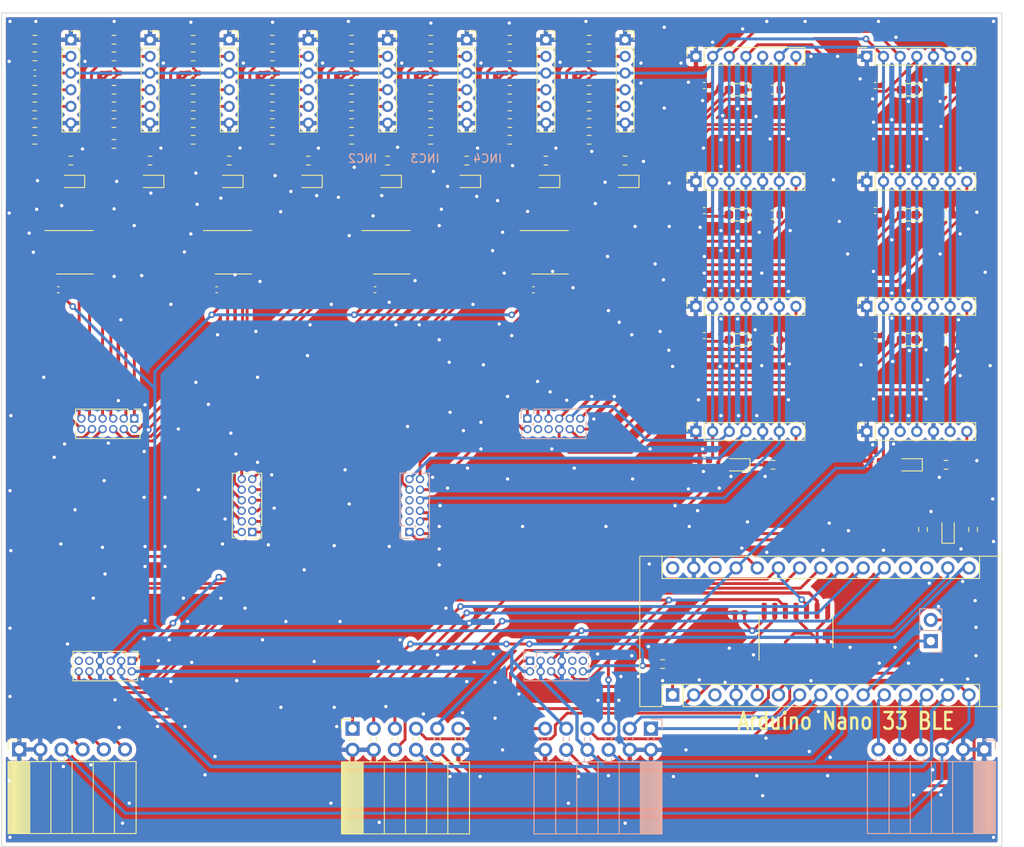
<source format=kicad_pcb>
(kicad_pcb (version 20211014) (generator pcbnew)
  (layers (0 "F.Cu" signal) (31 "B.Cu" signal) (34 "B.Paste" user) (35 "F.Paste" user) (36 "B.SilkS" user "B.Silkscreen") (37 "F.SilkS" user "F.Silkscreen") (38 "B.Mask" user) (39 "F.Mask" user) (44 "Edge.Cuts" user))
  (net 0 "")
  (net 1 "/~{MSS4_B}")
  (net 2 "/~{MSS2_B}")
  (net 4 "GND")
  (net 5 "/~{MSS4_A}")
  (net 6 "/~{MSS2_A}")
  (net 7 "/~{MSS0_A}")
  (net 8 "/~{MSS1_A}")
  (net 9 "/~{MSS3_A}")
  (net 10 "/~{MSS1_B}")
  (net 11 "/~{MSS3_B}")
  (net 12 "/~{MSS0_B}")
  (net 13 "/ON")
  (net 14 "/GPIO0_A")
  (net 15 "/GPIO3_A")
  (net 16 "/GPIO2_A")
  (net 17 "+3V3")
  (net 19 "+5V")
  (net 22 "Net-(R8-Pad1)")
  (net 23 "Net-(R13-Pad1)")
  (net 24 "/GPIO1_A")
  (net 25 "Net-(R20-Pad1)")
  (net 26 "Net-(R32-Pad1)")
  (net 27 "/GPIO8_B")
  (net 28 "Net-(R16-Pad1)")
  (net 29 "Net-(D17-Pad2)")
  (net 30 "/~{SHUTOUT}")
  (net 31 "/encoder_0B")
  (net 32 "/encoder_0A")
  (net 33 "/encoder_0Z")
  (net 34 "/encoder_7B")
  (net 35 "/encoder_7A")
  (net 36 "/encoder_7Z")
  (net 37 "/encoder_5B")
  (net 38 "/encoder_5A")
  (net 39 "/encoder_5Z")
  (net 40 "/encoder_3B")
  (net 41 "/encoder_3A")
  (net 42 "/encoder_3Z")
  (net 43 "/encoder_1B")
  (net 44 "/encoder_1A")
  (net 45 "/encoder_1Z")
  (net 46 "/GPIO29_A")
  (net 47 "/GPIO28_A")
  (net 48 "/GPIO4_A")
  (net 49 "/~{RESET}")
  (net 50 "/encoder_6B")
  (net 51 "/encoder_6A")
  (net 52 "/encoder_6Z")
  (net 53 "/encoder_4B")
  (net 54 "/encoder_4A")
  (net 55 "/encoder_4Z")
  (net 56 "/encoder_2B")
  (net 57 "/encoder_2A")
  (net 58 "/encoder_2Z")
  (net 59 "/GPIO5_A")
  (net 60 "/GPIO15_A")
  (net 61 "/GPIO6_A")
  (net 62 "/GPIO14_A")
  (net 63 "/GPIO7_A")
  (net 64 "/GPIO13_A")
  (net 65 "/GPIO8_A")
  (net 66 "/GPIO12_A")
  (net 67 "/GPIO9_A")
  (net 68 "/GPIO11_A")
  (net 69 "/GPIO10_A")
  (net 70 "/GPIO18_A")
  (net 71 "/GPIO19_A")
  (net 72 "/GPIO17_A")
  (net 73 "/GPIO20_A")
  (net 74 "/GPIO16_A")
  (net 75 "/GPIO21_A")
  (net 76 "/GPIO27_A")
  (net 77 "/GPIO22_A")
  (net 78 "/GPIO26_A")
  (net 79 "/GPIO23_A")
  (net 80 "/GPIO25_A")
  (net 81 "/GPIO24_A")
  (net 82 "/GPIO1_B")
  (net 83 "/GPIO7_B")
  (net 84 "/GPIO15_B")
  (net 85 "/GPIO9_B")
  (net 86 "/GPIO10_B")
  (net 87 "/GPIO20_B")
  (net 88 "/GPIO21_B")
  (net 89 "/GPIO22_B")
  (net 90 "/GPIO26_B")
  (net 91 "Net-(R2-Pad1)")
  (net 92 "Net-(R10-Pad1)")
  (net 93 "Net-(R22-Pad1)")
  (net 94 "Net-(R29-Pad1)")
  (net 95 "Net-(R4-Pad1)")
  (net 96 "/GPIO29_B")
  (net 97 "/GPIO28_B")
  (net 98 "/GPIO4_B")
  (net 99 "/GPIO5_B")
  (net 100 "/GPIO14_B")
  (net 101 "/GPIO13_B")
  (net 102 "/GPIO11_B")
  (net 103 "/GPIO18_B")
  (net 104 "/SS_entireB")
  (net 105 "/GPIO17_B")
  (net 106 "/SS_entireA")
  (net 107 "/GPIO16_B")
  (net 108 "/MISO")
  (net 109 "/MISO_B")
  (net 110 "/MISO_A")
  (net 111 "/GPIO3_B")
  (net 112 "/GPIO23_B")
  (net 113 "/GPIO25_B")
  (net 114 "/GPIO24_B")
  (net 115 "Net-(D1-Pad1)")
  (net 116 "Net-(D2-Pad1)")
  (net 117 "Net-(D3-Pad1)")
  (net 118 "Net-(D4-Pad1)")
  (net 119 "Net-(D5-Pad1)")
  (net 120 "Net-(D6-Pad1)")
  (net 121 "Net-(D7-Pad1)")
  (net 122 "Net-(D8-Pad1)")
  (net 123 "Net-(R1-Pad1)")
  (net 124 "Net-(R5-Pad1)")
  (net 125 "Net-(R6-Pad1)")
  (net 126 "Net-(R23-Pad1)")
  (net 127 "Net-(R7-Pad1)")
  (net 128 "Net-(R19-Pad1)")
  (net 129 "Net-(R25-Pad1)")
  (net 130 "Net-(R3-Pad1)")
  (net 131 "Net-(R17-Pad1)")
  (net 132 "Net-(R26-Pad1)")
  (net 133 "Net-(R9-Pad1)")
  (net 134 "Net-(R12-Pad1)")
  (net 135 "Net-(R30-Pad1)")
  (net 136 "Net-(R31-Pad1)")
  (net 137 "/GPIO19_B")
  (net 138 "/~{ADC_SSB}")
  (net 139 "/~{ADC_SSA}")
  (net 140 "Net-(D9-Pad1)")
  (net 141 "Net-(D10-Pad1)")
  (net 142 "Net-(D11-Pad1)")
  (net 143 "Net-(D12-Pad1)")
  (net 144 "Net-(D13-Pad1)")
  (net 145 "Net-(D14-Pad1)")
  (net 146 "Net-(D15-Pad1)")
  (net 147 "Net-(D16-Pad1)")
  (net 148 "/GPIO12_B")
  (net 149 "/GPIO6_B")
  (net 150 "/GPIO27_B")
  (net 152 "Net-(A1-Pad1)")
  (footprint "Connector_PinSocket_2.00mm:PinSocket_1x07_P2.00mm_Vertical" (layer "F.Cu") (at 193.8 46.2 90)
    (fp_text reference "J12" hide)
    (fp_text value "Conn_01x07_Male")
  )
  (footprint "Capacitor_SMD:C_0402_1005Metric_Pad0.74x0.62mm_HandSolder" (layer "F.Cu") (at 174.3 49.7)
    (fp_text reference "C72" hide)
    (fp_text value "0.1u")
  )
  (footprint "Capacitor_SMD:C_0402_1005Metric_Pad0.74x0.62mm_HandSolder" (layer "F.Cu") (at 115.8 59.2)
    (fp_text reference "C1" hide)
    (fp_text value "0.1u")
  )
  (footprint "Resistor_SMD:R_0603_1608Metric" (layer "F.Cu") (at 122.475 31.2)
    (fp_text reference "R6" hide)
    (fp_text value "10k")
  )
  (footprint "Capacitor_SMD:C_0402_1005Metric_Pad0.74x0.62mm_HandSolder" (layer "F.Cu") (at 93.975 33.2)
    (fp_text reference "C69" hide)
    (fp_text value "0.1u")
  )
  (footprint "Resistor_SMD:R_0603_1608Metric" (layer "F.Cu") (at 160.475 41.2)
    (fp_text reference "R9" hide)
    (fp_text value "10k")
  )
  (footprint "Resistor_SMD:R_0603_1608Metric" (layer "F.Cu") (at 93.975 39.2)
    (fp_text reference "R97" hide)
    (fp_text value "1M")
  )
  (footprint "Connector_PinSocket_2.00mm:PinSocket_1x06_P2.00mm_Vertical" (layer "F.Cu") (at 164.8 29.2)
    (fp_text reference "J1" hide)
    (fp_text value "Conn_01x06_Male")
  )
  (footprint "Resistor_SMD:R_0603_1608Metric" (layer "F.Cu") (at 160.475 35.2)
    (fp_text reference "R86" hide)
    (fp_text value "1M")
  )
  (footprint "Resistor_SMD:R_0603_1608Metric" (layer "F.Cu") (at 126.8 43.7 180)
    (fp_text reference "R15" hide)
    (fp_text value "10k")
  )
  (footprint "Resistor_SMD:R_0603_1608Metric" (layer "F.Cu") (at 160.475 39.2)
    (fp_text reference "R90" hide)
    (fp_text value "1M")
  )
  (footprint "Resistor_SMD:R_0603_1608Metric" (layer "F.Cu") (at 141.475 35.2)
    (fp_text reference "R74" hide)
    (fp_text value "1M")
  )
  (footprint "Connector_PinSocket_2.00mm:PinSocket_1x06_P2.00mm_Vertical" (layer "F.Cu") (at 98.3 29.2)
    (fp_text reference "J21" hide)
    (fp_text value "Conn_01x06_Male")
  )
  (footprint "Resistor_SMD:R_0603_1608Metric" (layer "F.Cu") (at 200.55 87.95 -90)
    (fp_text reference "R125" hide)
    (fp_text value "100k")
  )
  (footprint "LED_SMD:LED_0603_1608Metric_Pad1.05x0.95mm_HandSolder" (layer "F.Cu") (at 198.8 80.2 180)
    (fp_text reference "D12" hide)
    (fp_text value "LED")
  )
  (footprint "Capacitor_SMD:C_0402_1005Metric_Pad0.74x0.62mm_HandSolder" (layer "F.Cu") (at 141.475 33.2)
    (fp_text reference "C74" hide)
    (fp_text value "0.1u")
  )
  (footprint "Resistor_SMD:R_0603_1608Metric" (layer "F.Cu") (at 150.975 41.2)
    (fp_text reference "R31" hide)
    (fp_text value "10k")
  )
  (footprint "Package_SO:TSSOP-14_4.4x5mm_P0.65mm" (layer "F.Cu") (at 117.8 54.7)
    (fp_text reference "U2" hide)
    (fp_text value "74VHC14")
  )
  (footprint "Capacitor_SMD:C_0402_1005Metric_Pad0.74x0.62mm_HandSolder" (layer "F.Cu") (at 131.975 33.2)
    (fp_text reference "C82" hide)
    (fp_text value "0.1u")
  )
  (footprint "Capacitor_SMD:C_0402_1005Metric_Pad0.74x0.62mm_HandSolder" (layer "F.Cu") (at 134.8 59.2)
    (fp_text reference "C5" hide)
    (fp_text value "0.1u")
  )
  (footprint "Package_SO:TSSOP-14_4.4x5mm_P0.65mm" (layer "F.Cu") (at 98.8 54.7)
    (fp_text reference "U1" hide)
    (fp_text value "74VHC14")
  )
  (footprint "Connector_PinSocket_2.00mm:PinSocket_1x07_P2.00mm_Vertical" (layer "F.Cu") (at 173.3 31.2 90)
    (fp_text reference "J7" hide)
    (fp_text value "Conn_01x07_Male")
  )
  (footprint "Resistor_SMD:R_0603_1608Metric" (layer "F.Cu") (at 103.475 37.2)
    (fp_text reference "R4" hide)
    (fp_text value "10k")
  )
  (footprint "Resistor_SMD:R_0603_1608Metric" (layer "F.Cu") (at 160.475 31.2)
    (fp_text reference "R5" hide)
    (fp_text value "10k")
  )
  (footprint "Resistor_SMD:R_0603_1608Metric" (layer "F.Cu") (at 93.975 35.2)
    (fp_text reference "R93" hide)
    (fp_text value "1M")
  )
  (footprint "LED_SMD:LED_0603_1608Metric_Pad1.05x0.95mm_HandSolder" (layer "F.Cu") (at 178.125 50.2 180)
    (fp_text reference "D11" hide)
    (fp_text value "LED")
  )
  (footprint "Resistor_SMD:R_0603_1608Metric" (layer "F.Cu") (at 141.475 31.2)
    (fp_text reference "R7" hide)
    (fp_text value "10k")
  )
  (footprint "Connector_PinHeader_1.27mm:PinHeader_2x06_P1.27mm_Vertical" (layer "F.Cu") (at 105.917914 74.650115 -90)
    (fp_text reference "J16" hide)
    (fp_text value "Conn_02x06_Odd_Even")
  )
  (footprint "Connector_PinSocket_2.54mm:PinSocket_2x06_P2.54mm_Horizontal" (layer "F.Cu") (at 132.1 111.85 90)
    (fp_text reference "J18" hide)
    (fp_text value "Conn_02x06_Odd_Even")
  )
  (footprint "Resistor_SMD:R_0603_1608Metric" (layer "F.Cu") (at 112.975 29.2)
    (fp_text reference "R54" hide)
    (fp_text value "1M")
  )
  (footprint "LED_SMD:LED_0603_1608Metric_Pad1.05x0.95mm_HandSolder" (layer "F.Cu") (at 155.3 46.2 180)
    (fp_text reference "D6" hide)
    (fp_text value "LED")
  )
  (footprint "Resistor_SMD:R_0603_1608Metric" (layer "F.Cu") (at 136.3 43.7 180)
    (fp_text reference "R18" hide)
    (fp_text value "10k")
  )
  (footprint "Capacitor_SMD:C_0402_1005Metric_Pad0.74x0.62mm_HandSolder" (layer "F.Cu") (at 122.475 33.2)
    (fp_text reference "C77" hide)
    (fp_text value "0.1u")
  )
  (footprint "Resistor_SMD:R_0603_1608Metric" (layer "F.Cu") (at 206.55 87.95 90)
    (fp_text reference "R34" hide)
    (fp_text value "4.7k")
  )
  (footprint "Resistor_SMD:R_0603_1608Metric" (layer "F.Cu") (at 182.55 50.2)
    (fp_text reference "R37" hide)
    (fp_text value "10k")
  )
  (footprint "Resistor_SMD:R_0603_1608Metric" (layer "F.Cu") (at 103.475 29.2)
    (fp_text reference "R47" hide)
    (fp_text value "1M")
  )
  (footprint "Resistor_SMD:R_0603_1608Metric" (layer "F.Cu") (at 150.975 37.2)
    (fp_text reference "R19" hide)
    (fp_text value "10k")
  )
  (footprint "Resistor_SMD:R_0603_1608Metric" (layer "F.Cu") (at 122.475 41.2)
    (fp_text reference "R10" hide)
    (fp_text value "10k")
  )
  (footprint "Resistor_SMD:R_0603_1608Metric" (layer "F.Cu") (at 141.475 39.2)
    (fp_text reference "R79" hide)
    (fp_text value "1M")
  )
  (footprint "Capacitor_SMD:C_0402_1005Metric_Pad0.74x0.62mm_HandSolder" (layer "F.Cu") (at 194.8 34.7)
    (fp_text reference "C79" hide)
    (fp_text value "0.1u")
  )
  (footprint "LED_SMD:LED_0603_1608Metric_Pad1.05x0.95mm_HandSolder" (layer "F.Cu") (at 203.55 87.95 90)
    (fp_text reference "D17" hide)
    (fp_text value "LED")
  )
  (footprint "LED_SMD:LED_0603_1608Metric_Pad1.05x0.95mm_HandSolder" (layer "F.Cu") (at 164.8 46.2 180)
    (fp_text reference "D7" hide)
    (fp_text value "LED")
  )
  (footprint "Capacitor_SMD:C_0402_1005Metric_Pad0.74x0.62mm_HandSolder" (layer "F.Cu") (at 103.475 33.2)
    (fp_text reference "C70" hide)
    (fp_text value "0.1u")
  )
  (footprint "Resistor_SMD:R_0603_1608Metric" (layer "F.Cu") (at 150.975 29.2)
    (fp_text reference "R84" hide)
    (fp_text value "1M")
  )
  (footprint "LED_SMD:LED_0603_1608Metric_Pad1.05x0.95mm_HandSolder" (layer "F.Cu") (at 198.8 35.2 180)
    (fp_text reference "D14" hide)
    (fp_text value "LED")
  )
  (footprint "LED_SMD:LED_0603_1608Metric_Pad1.05x0.95mm_HandSolder" (layer "F.Cu") (at 198.8 50.2 180)
    (fp_text reference "D16" hide)
    (fp_text value "LED")
  )
  (footprint "Resistor_SMD:R_0603_1608Metric" (layer "F.Cu") (at 112.975 41.2)
    (fp_text reference "R32" hide)
    (fp_text value "10k")
  )
  (footprint "Resistor_SMD:R_0603_1608Metric" (layer "F.Cu") (at 141.475 41.2)
    (fp_text reference "R12" hide)
    (fp_text value "10k")
  )
  (footprint "Resistor_SMD:R_0603_1608Metric" (layer "F.Cu") (at 203.3 80.2)
    (fp_text reference "R40" hide)
    (fp_text value "10k")
  )
  (footprint "Module:Arduino_Nano" (layer "F.Cu") (at 170.5 107.81 90)
    (fp_text reference "A1" hide)
    (fp_text value "Arduino_Nano_33_ble")
  )
  (footprint "Resistor_SMD:R_0603_1608Metric" (layer "F.Cu") (at 131.975 29.2)
    (fp_text reference "R69" hide)
    (fp_text value "1M")
  )
  (footprint "Connector_PinSocket_2.00mm:PinSocket_1x07_P2.00mm_Vertical" (layer "F.Cu") (at 193.8 61.2 90)
    (fp_text reference "J24" hide)
    (fp_text value "Conn_01x07_Male")
  )
  (footprint "Resistor_SMD:R_0603_1608Metric" (layer "F.Cu") (at 160.475 29.2)
    (fp_text reference "R87" hide)
    (fp_text value "1M")
  )
  (footprint "Resistor_SMD:R_0603_1608Metric" (layer "F.Cu") (at 169.3 104.1)
    (fp_text reference "R33" hide)
    (fp_text value "4.7k")
  )
  (footprint "Resistor_SMD:R_0603_1608Metric" (layer "F.Cu") (at 117.3 43.7 180)
    (fp_text reference "R14" hide)
    (fp_text value "10k")
  )
  (footprint "Capacitor_SMD:C_0402_1005Metric_Pad0.74x0.62mm_HandSolder" (layer "F.Cu") (at 174.3 79.7)
    (fp_text reference "C75" hide)
    (fp_text value "0.1u")
  )
  (footprint "Resistor_SMD:R_0603_1608Metric" (layer "F.Cu") (at 203.3 35.2)
    (fp_text reference "R42" hide)
    (fp_text value "10k")
  )
  (footprint "Connector_PinSocket_2.00mm:PinSocket_1x06_P2.00mm_Vertical" (layer "F.Cu") (at 107.8 29.2)
    (fp_text reference "J23" hide)
    (fp_text value "Conn_01x06_Male")
  )
  (footprint "Resistor_SMD:R_0603_1608Metric" (layer "F.Cu") (at 150.975 39.2)
    (fp_text reference "R85" hide)
    (fp_text value "1M")
  )
  (footprint "Resistor_SMD:R_0603_1608Metric" (layer "F.Cu") (at 150.975 31.2)
    (fp_text reference "R25" hide)
    (fp_text value "10k")
  )
  (footprint "LED_SMD:LED_0603_1608Metric_Pad1.05x0.95mm_HandSolder" (layer "F.Cu") (at 98.3 46.2 180)
    (fp_text reference "D8" hide)
    (fp_text value "LED")
  )
  (footprint "Resistor_SMD:R_0603_1608Metric" (layer "F.Cu") (at 141.475 37.2)
    (fp_text reference "R3" hide)
    (fp_text value "10k")
  )
  (footprint "Resistor_SMD:R_0603_1608Metric" (layer "F.Cu") (at 107.8 43.7 180)
    (fp_text reference "R11" hide)
    (fp_text value "10k")
  )
  (footprint "Connector_PinHeader_1.27mm:PinHeader_2x06_P1.27mm_Vertical" (layer "F.Cu") (at 120.07 88.26 180)
    (fp_text reference "J15" hide)
    (fp_text value "Conn_02x06_Odd_Even")
  )
  (footprint "Resistor_SMD:R_0603_1608Metric" (layer "F.Cu") (at 150.975 35.2)
    (fp_text reference "R82" hide)
    (fp_text value "1M")
  )
  (footprint "Connector_PinSocket_2.00mm:PinSocket_1x06_P2.00mm_Vertical" (layer "F.Cu") (at 136.3 29.2)
    (fp_text reference "J8" hide)
    (fp_text value "Conn_01x06_Male")
  )
  (footprint "Resistor_SMD:R_0603_1608Metric" (layer "F.Cu") (at 164.8 43.7 180)
    (fp_text reference "R27" hide)
    (fp_text value "10k")
  )
  (footprint "Connector_PinSocket_2.00mm:PinSocket_1x06_P2.00mm_Vertical" (layer "F.Cu") (at 117.3 29.2)
    (fp_text reference "J13" hide)
    (fp_text value "Conn_01x06_Male")
  )
  (footprint "Resistor_SMD:R_0603_1608Metric" (layer "F.Cu") (at 93.975 31.2)
    (fp_text reference "R22" hide)
    (fp_text value "10k")
  )
  (footprint "Resistor_SMD:R_0603_1608Metric" (layer "F.Cu") (at 160.475 37.2)
    (fp_text reference "R1" hide)
    (fp_text value "10k")
  )
  (footprint "Resistor_SMD:R_0603_1608Metric" (layer "F.Cu") (at 122.475 37.2)
    (fp_text reference "R2" hide)
    (fp_text value "10k")
  )
  (footprint "Package_SO:SO-14_3.9x8.65mm_P1.27mm" (layer "F.Cu") (at 185.3 100.2 90)
    (fp_text reference "U5" hide)
    (fp_text value "74LVC125")
  )
  (footprint "Connector_PinSocket_2.00mm:PinSocket_1x06_P2.00mm_Vertical" (layer "F.Cu") (at 126.8 29.2)
    (fp_text reference "J14" hide)
    (fp_text value "Conn_01x06_Male")
  )
  (footprint "Package_SO:TSSOP-14_4.4x5mm_P0.65mm" (layer "F.Cu") (at 136.8 54.7)
    (fp_text reference "U3" hide)
    (fp_text value "74VHC14")
  )
  (footprint "Connector_PinSocket_2.54mm:PinSocket_1x06_P2.54mm_Horizontal" (layer "F.Cu") (at 92.1 114.35 90)
    (fp_text reference "J4" hide)
    (fp_text value "Conn_01x06")
  )
  (footprint "Resistor_SMD:R_0603_1608Metric" (layer "F.Cu") (at 112.975 37.2)
    (fp_text reference "R20" hide)
    (fp_text value "10k")
  )
  (footprint "Capacitor_SMD:C_0402_1005Metric_Pad0.74x0.62mm_HandSolder" (layer "F.Cu") (at 153.8 59.2)
    (fp_text reference "C4" hide)
    (fp_text value "0.1u")
  )
  (footprint "Connector_PinSocket_2.00mm:PinSocket_1x07_P2.00mm_Vertical" (layer "F.Cu") (at 173.3 76.2 90)
    (fp_text reference "J6" hide)
    (fp_text value "Conn_01x07_Male")
  )
  (footprint "LED_SMD:LED_0603_1608Metric_Pad1.05x0.95mm_HandSolder" (layer "F.Cu") (at 117.3 46.2 180)
    (fp_text reference "D2" hide)
    (fp_text value "LED")
  )
  (footprint "Resistor_SMD:R_0603_1608Metric" (layer "F.Cu") (at 103.475 35.2)
    (fp_text reference "R44" hide)
    (fp_text value "1M")
  )
  (footprint "Resistor_SMD:R_0603_1608Metric" (layer "F.Cu") (at 182.55 65.2)
    (fp_text reference "R36" hide)
    (fp_text value "10k")
  )
  (footprint "Resistor_SMD:R_0603_1608Metric" (layer "F.Cu") (at 122.475 39.2)
    (fp_text reference "R64" hide)
    (fp_text value "1M")
  )
  (footprint "LED_SMD:LED_0603_1608Metric_Pad1.05x0.95mm_HandSolder" (layer "F.Cu") (at 126.8 46.2 180)
    (fp_text reference "D3" hide)
    (fp_text value "LED")
  )
  (footprint "LED_SMD:LED_0603_1608Metric_Pad1.05x0.95mm_HandSolder" (layer "F.Cu") (at 178.125 35.2 180)
    (fp_text reference "D13" hide)
    (fp_text value "LED")
  )
  (footprint "LED_SMD:LED_0603_1608Metric_Pad1.05x0.95mm_HandSolder" (layer "F.Cu") (at 198.8 65.2 180)
    (fp_text reference "D15" hide)
    (fp_text value "LED")
  )
  (footprint "Resistor_SMD:R_0603_1608Metric" (layer "F.Cu") (at 155.3 43.7 180)
    (fp_text reference "R24" hide)
    (fp_text value "10k")
  )
  (footprint "Resistor_SMD:R_0603_1608Metric" (layer "F.Cu") (at 182.55 80.2)
    (fp_text reference "R35" hide)
    (fp_text value "10k")
  )
  (footprint "Resistor_SMD:R_0603_1608Metric" (layer "F.Cu") (at 131.975 31.2)
    (fp_text reference "R23" hide)
    (fp_text value "10k")
  )
  (footprint "LED_SMD:LED_0603_1608Metric_Pad1.05x0.95mm_HandSolder" (layer "F.Cu") (at 145.8 46.2 180)
    (fp_text reference "D5" hide)
    (fp_text value "LED")
  )
  (footprint "Resistor_SMD:R_0603_1608Metric" (layer "F.Cu") (at 103.475 31.2)
    (fp_text reference "R8" hide)
    (fp_text value "10k")
  )
  (footprint "Resistor_SMD:R_0603_1608Metric" (layer "F.Cu") (at 93.975 37.2)
    (fp_text reference "R16" hide)
    (fp_text value "10k")
  )
  (footprint "Resistor_SMD:R_0603_1608Metric" (layer "F.Cu") (at 112.975 39.2)
    (fp_text reference "R57" hide)
    (fp_text value "1M")
  )
  (footprint "Resistor_SMD:R_0603_1608Metric" (layer "F.Cu") (at 182.55 35.2)
    (fp_text reference "R41" hide)
    (fp_text value "10k")
  )
  (footprint "Capacitor_SMD:C_0402_1005Metric_Pad0.74x0.62mm_HandSolder" (layer "F.Cu") (at 194.8 49.7)
    (fp_text reference "C84" hide)
    (fp_text value "0.1u")
  )
  (footprint "Resistor_SMD:R_0603_1608Metric" (layer "F.Cu") (at 131.975 35.2)
    (fp_text reference "R67" hide)
    (fp_text value "1M")
  )
  (footprint "Resistor_SMD:R_0603_1608Metric" (layer "F.Cu") (at 122.475 35.2)
    (fp_text reference "R59" hide)
    (fp_text value "1M")
  )
  (footprint "Resistor_SMD:R_0603_1608Metric" (layer "F.Cu") (at 141.475 29.2)
    (fp_text reference "R77" hide)
    (fp_text value "1M")
  )
  (footprint "Capacitor_SMD:C_0402_1005Metric_Pad0.74x0.62mm_HandSolder" (layer "F.Cu") (at 174.3 34.7)
    (fp_text reference "C71" hide)
    (fp_text value "0.1u")
  )
  (footprint "Resistor_SMD:R_0603_1608Metric" (layer "F.Cu") (at 112.975 35.2)
    (fp_text reference "R52" hide)
    (fp_text value "1M")
  )
  (footprint "Resistor_SMD:R_0603_1608Metric" (layer "F.Cu") (at 145.8 43.7 180)
    (fp_text reference "R21" hide)
    (fp_text value "10k")
  )
  (footprint "Capacitor_SMD:C_0402_1005Metric_Pad0.74x0.62mm_HandSolder" (layer "F.Cu") (at 194.8 64.7)
    (fp_text reference "C86" hide)
    (fp_text value "0.1u")
  )
  (footprint "Resistor_SMD:R_0603_1608Metric" (layer "F.Cu") (at 93.975 29.2)
    (fp_text reference "R94" hide)
    (fp_text value "1M")
  )
  (footprint "Resistor_SMD:R_0603_1608Metric" (layer "F.Cu") (at 122.475 29.2)
    (fp_text reference "R62" hide)
    (fp_text value "1M")
  )
  (footprint "Connector_PinSocket_2.00mm:PinSocket_1x07_P2.00mm_Vertical" (layer "F.Cu") (at 193.8 76.2 90)
    (fp_text reference "J19" hide)
    (fp_text value "Conn_01x07_Male")
  )
  (footprint "Capacitor_SMD:C_0402_1005Metric_Pad0.74x0.62mm_HandSolder" (layer "F.Cu") (at 178.55 97.95)
    (fp_text reference "C2" hide)
    (fp_text value "0.1u")
  )
  (footprint "Resistor_SMD:R_0603_1608Metric" (layer "F.Cu") (at 98.3 43.7 180)
    (fp_text reference "R28" hide)
    (fp_text value "10k")
  )
  (footprint "Resistor_SMD:R_0603_1608Metric" (layer "F.Cu") (at 203.3 65.2)
    (fp_text reference "R43" hide)
    (fp_text value "10k")
  )
  (footprint "Capacitor_SMD:C_0402_1005Metric_Pad0.74x0.62mm_HandSolder" (layer "F.Cu") (at 112.975 33.2)
    (fp_text reference "C76" hide)
    (fp_text value "0.1u")
  )
  (footprint "Capacitor_SMD:C_0402_1005Metric_Pad0.74x0.62mm_HandSolder" (layer "F.Cu") (at 174.3 64.7)
    (fp_text reference "C83" hide)
    (fp_text value "0.1u")
  )
  (footprint "LED_SMD:LED_0603_1608Metric_Pad1.05x0.95mm_HandSolder" (layer "F.Cu") (at 136.3 46.2 180)
    (fp_text reference "D4" hide)
    (fp_text value "LED")
  )
  (footprint "LED_SMD:LED_0603_1608Metric_Pad1.05x0.95mm_HandSolder" (layer "F.Cu") (at 178.125 65.2 180)
    (fp_text reference "D10" hide)
    (fp_text value "LED")
  )
  (footprint "LED_SMD:LED_0603_1608Metric_Pad1.05x0.95mm_HandSolder" (layer "F.Cu") (at 178.125 80.2 180)
    (fp_text reference "D9" hide)
    (fp_text value "LED")
  )
  (footprint "Resistor_SMD:R_0603_1608Metric" (layer "F.Cu") (at 203.3 50.2)
    (fp_text reference "R45" hide)
    (fp_text value "10k")
  )
  (footprint "Connector_PinSocket_2.00mm:PinSocket_1x07_P2.00mm_Vertical" (layer "F.Cu") (at 193.8 31.2 90)
    (fp_text reference "J25" hide)
    (fp_text value "Conn_01x07_Male")
  )
  (footprint "Connector_PinSocket_2.00mm:PinSocket_1x06_P2.00mm_Vertical" (layer "F.Cu") (at 155.3 29.2)
    (fp_text reference "J3" hide)
    (fp_text value "Conn_01x06_Male")
  )
  (footprint "Resistor_SMD:R_0603_1608Metric" (layer "F.Cu") (at 131.975 37.2)
    (fp_text reference "R17" hide)
    (fp_text value "10k")
  )
  (footprint "Package_SO:TSSOP-14_4.4x5mm_P0.65mm" (layer "F.Cu") (at 155.8 54.7)
    (fp_text reference "U4" hide)
    (fp_text value "74VHC14")
  )
  (footprint "Capacitor_SMD:C_0402_1005Metric_Pad0.74x0.62mm_HandSolder" (layer "F.Cu") (at 160.475 33.2)
    (fp_text reference "C78" hide)
    (fp_text value "0.1u")
  )
  (footprint "Capacitor_SMD:C_0402_1005Metric_Pad0.74x0.62mm_HandSolder" (layer "F.Cu") (at 96.8 59.2)
    (fp_text reference "C3" hide)
    (fp_text value "0.1u")
  )
  (footprint "Resistor_SMD:R_0603_1608Metric" (layer "F.Cu") (at 131.975 41.2)
    (fp_text reference "R30" hide)
    (fp_text value "10k")
  )
  (footprint "Capacitor_SMD:C_0402_1005Metric_Pad0.74x0.62mm_HandSolder" (layer "F.Cu") (at 194.8 79.7)
    (fp_text reference "C81" hide)
    (fp_text value "0.1u")
  )
  (footprint "Resistor_SMD:R_0603_1608Metric" (layer "F.Cu") (at 112.975 31.2)
    (fp_text reference "R26" hide)
    (fp_text value "10k")
  )
  (footprint "Resistor_SMD:R_0603_1608Metric" (layer "F.Cu") (at 93.975 41.2)
    (fp_text reference "R29" hide)
    (fp_text value "10k")
  )
  (footprint "LED_SMD:LED_0603_1608Metric_Pad1.05x0.95mm_HandSolder" (layer "F.Cu") (at 107.8 46.2 180)
    (fp_text reference "D1" hide)
    (fp_text value "LED")
  )
  (footprint "Capacitor_SMD:C_0402_1005Metric_Pad0.74x0.62mm_HandSolder" (layer "F.Cu") (at 150.975 33.2)
    (fp_text reference "C73" hide)
    (fp_text value "0.1u")
  )
  (footprint "Resistor_SMD:R_0603_1608Metric" (layer "F.Cu") (at 103.475 39.2)
    (fp_text reference "R49" hide)
    (fp_text value "1M")
  )
  (footprint "Resistor_SMD:R_0603_1608Metric" (layer "F.Cu") (at 131.975 39.2)
    (fp_text reference "R72" hide)
    (fp_text value "1M")
  )
  (footprint "Connector_PinSocket_2.00mm:PinSocket_1x06_P2.00mm_Vertical" (layer "F.Cu") (at 145.8 29.2)
    (fp_text reference "J9" hide)
    (fp_text value "Conn_01x06_Male")
  )
  (footprint "Connector_PinHeader_1.27mm:PinHeader_2x06_P1.27mm_Vertical" (layer "F.Cu") (at 105.605046 103.716908 -90)
    (fp_text reference "J10" hide)
    (fp_text value "Conn_02x06_Odd_Even")
  )
  (footprint "Connector_PinSocket_2.00mm:PinSocket_1x07_P2.00mm_Vertical" (layer "F.Cu") (at 173.3 46.2 90)
    (fp_text reference "J20" hide)
    (fp_text value "Conn_01x07_Male")
  )
  (footprint "Connector_PinSocket_2.00mm:PinSocket_1x07_P2.00mm_Vertical" (layer "F.Cu") (at 173.3 61.2 90)
    (fp_text reference "J11" hide)
    (fp_text value "Conn_01x07_Male")
  )
  (footprint "Resistor_SMD:R_0603_1608Metric" (layer "F.Cu") (at 103.475 41.7)
    (fp_text reference "R13" hide)
    (fp_text value "10k")
  )
  (footprint "Connector_PinSocket_2.54mm:PinSocket_2x06_P2.54mm_Horizontal" (layer "B.Cu") (at 167.9 111.85 90)
    (fp_text reference "J2" hide)
    (fp_text value "Conn_02x06_Odd_Even")
  )
  (footprint "Connector_PinHeader_1.27mm:PinHeader_2x06_P1.27mm_Vertical" (layer "B.Cu") (at 138.925 88.26)
    (fp_text reference "J27" hide)
    (fp_text value "Conn_02x06_Odd_Even")
  )
  (footprint "Connector_PinSocket_2.54mm:PinSocket_1x06_P2.54mm_Horizontal" (layer "B.Cu") (at 207.9 114.35 90)
    (fp_text reference "J5" hide)
    (fp_text value "Conn_01x06")
  )
  (footprint "Connector_PinSocket_2.54mm:PinSocket_1x02_P2.54mm_Vertical" (layer "B.Cu") (at 201.475 101.35)
    (fp_text reference "J17" hide)
    (fp_text value "Conn_01x02")
  )
  (footprint "Connector_PinHeader_1.27mm:PinHeader_2x06_P1.27mm_Vertical" (layer "B.Cu") (at 153.077086 74.650115 -90)
    (fp_text reference "J28" hide)
    (fp_text value "Conn_02x06_Odd_Even")
  )
  (footprint "Connector_PinHeader_1.27mm:PinHeader_2x06_P1.27mm_Vertical" (layer "B.Cu") (at 153.389956 103.716907 -90)
    (fp_text reference "J22" hide)
    (fp_text value "Conn_02x06_Odd_Even")
  )
  (gr_line (start 90 126) (end 210 126) (layer "Edge.Cuts") (width 0.1))
  (gr_line (start 210 126) (end 210 26) (layer "Edge.Cuts") (width 0.1))
  (gr_line (start 90 26) (end 210 26) (layer "Edge.Cuts") (width 0.1))
  (gr_line (start 90 26) (end 90 126) (layer "Edge.Cuts") (width 0.1))
  (gr_text "INC2" (at 133.3 43.45) (layer "B.SilkS") (effects (font (size 1 1)) (justify mirror)))
  (gr_text "INC3" (at 140.8 43.45) (layer "B.SilkS") (effects (font (size 1 1)) (justify mirror)))
  (gr_text "INC4" (at 148.3 43.45) (layer "B.SilkS") (effects (font (size 1 1)) (justify mirror)))
  (gr_text "Arduino Nano 33 BLE" (at 191.3 110.95) (layer "F.SilkS") (effects (font (size 2 1.6) (thickness 0.3))))
  (segment (start 197.74 108.51) (end 198.44 107.81) (width 0.35) (layer "B.Cu") (net 1))
  (segment (start 197.74 114.35) (end 197.74 108.51) (width 0.35) (layer "B.Cu") (net 1))
  (segment (start 188.28 107.81) (end 184.24 111.85) (width 0.35) (layer "B.Cu") (net 2))
  (segment (start 184.24 111.85) (end 167.9 111.85) (width 0.35) (layer "B.Cu") (net 2))
  (segment (start 103.49705 49.174868) (end 103.49705 49.492359) (width 0.35) (layer "F.Cu") (net 4))
  (segment (start 91.82548 47.16983) (end 94.202825 49.547175) (width 0.35) (layer "F.Cu") (net 4))
  (segment (start 93.4075 33.2) (end 91.82548 34.78202) (width 0.35) (layer "F.Cu") (net 4))
  (segment (start 129.75 34.8575) (end 129.75 45.522448) (width 0.35) (layer "F.Cu") (net 4))
  (segment (start 139.32548 43.7) (end 139.32548 46.097928) (width 0.35) (layer "F.Cu") (net 4))
  (segment (start 91.82548 34.78202) (end 91.82548 45.7) (width 0.35) (layer "F.Cu") (net 4))
  (segment (start 120.32548 46.685724) (end 123.47598 49.836224) (width 0.35) (layer "F.Cu") (net 4))
  (segment (start 148.82548 34.67452) (end 148.82548 45.52548) (width 0.35) (layer "F.Cu") (net 4))
  (segment (start 159.9075 33.2) (end 158.32548 34.78202) (width 0.35) (layer "F.Cu") (net 4))
  (segment (start 158.32548 45.951978) (end 161.22598 48.852478) (width 0.35) (layer "F.Cu") (net 4))
  (segment (start 150.3 33.2) (end 148.82548 34.67452) (width 0.35) (layer "F.Cu") (net 4))
  (segment (start 150.4075 33.2) (end 150.3 33.2) (width 0.35) (layer "F.Cu") (net 4))
  (segment (start 91.82548 45.7) (end 91.82548 47.16983) (width 0.35) (layer "F.Cu") (net 4))
  (segment (start 148.82548 45.52548) (end 153.1 49.8) (width 0.35) (layer "F.Cu") (net 4))
  (segment (start 110.82548 46.32079) (end 113.452345 48.947655) (width 0.35) (layer "F.Cu") (net 4))
  (segment (start 150.349601 68.2) (end 158.55 59.999601) (width 0.35) (layer "F.Cu") (net 4))
  (segment (start 129.75 45.522448) (end 134.563776 50.336224) (width 0.35) (layer "F.Cu") (net 4))
  (segment (start 92.700962 72.850962) (end 97.55 77.7) (width 0.35) (layer "F.Cu") (net 4))
  (segment (start 102.9075 33.2) (end 101.32548 34.78202) (width 0.35) (layer "F.Cu") (net 4))
  (segment (start 112.4075 33.2) (end 110.82548 34.78202) (width 0.35) (layer "F.Cu") (net 4))
  (segment (start 147.8 68.2) (end 150.349601 68.2) (width 0.35) (layer "F.Cu") (net 4))
  (segment (start 92.700962 59.95) (end 92.700962 72.850962) (width 0.35) (layer "F.Cu") (net 4))
  (segment (start 158.55 59.999601) (end 158.55 58.95) (width 0.35) (layer "F.Cu") (net 4))
  (segment (start 139.32548 46.097928) (end 142.763776 49.536224) (width 0.35) (layer "F.Cu") (net 4))
  (segment (start 120.32548 34.78202) (end 120.32548 46.685724) (width 0.35) (layer "F.Cu") (net 4))
  (segment (start 140.9075 33.2) (end 139.32548 34.78202) (width 0.35) (layer "F.Cu") (net 4))
  (segment (start 93.8 54.7) (end 92.700962 55.799038) (width 0.35) (layer "F.Cu") (net 4))
  (segment (start 121.9075 33.2) (end 120.32548 34.78202) (width 0.35) (layer "F.Cu") (net 4))
  (segment (start 110.82548 34.78202) (end 110.82548 46.32079) (width 0.35) (layer "F.Cu") (net 4))
  (segment (start 158.32548 34.78202) (end 158.32548 45.951978) (width 0.35) (layer "F.Cu") (net 4))
  (segment (start 101.32548 47.003298) (end 103.49705 49.174868) (width 0.35) (layer "F.Cu") (net 4))
  (segment (start 139.32548 34.78202) (end 139.32548 43.7) (width 0.35) (layer "F.Cu") (net 4))
  (segment (start 92.700962 55.799038) (end 92.700962 59.95) (width 0.35) (layer "F.Cu") (net 4))
  (segment (start 131.4075 33.2) (end 129.75 34.8575) (width 0.35) (layer "F.Cu") (net 4))
  (segment (start 101.32548 34.78202) (end 101.32548 47.003298) (width 0.35) (layer "F.Cu") (net 4))
  (via (at 174.1 36.5) (size 0.8) (drill 0.4) (layers "F.Cu" "B.Cu") (net 4))
  (via (at 139.6 58.1) (size 0.8) (drill 0.4) (layers "F.Cu" "B.Cu") (net 4))
  (via (at 104.5 123.2) (size 0.8) (drill 0.4) (layers "F.Cu" "B.Cu") (net 4))
  (via (at 149.2 110.6) (size 0.8) (drill 0.4) (layers "F.Cu" "B.Cu") (net 4))
  (via (at 142.3 103) (size 0.8) (drill 0.4) (layers "F.Cu" "B.Cu") (net 4))
  (via (at 184.6 52.1) (size 0.8) (drill 0.4) (layers "F.Cu" "B.Cu") (net 4))
  (via (at 198.9 66.5) (size 0.8) (drill 0.4) (layers "F.Cu" "B.Cu") (net 4))
  (via (at 91.1 90.5) (size 0.8) (drill 0.4) (layers "F.Cu" "B.Cu") (net 4))
  (via (at 186.9 114.6) (size 0.8) (drill 0.4) (layers "F.Cu" "B.Cu") (net 4))
  (via (at 162.8 117.5) (size 0.8) (drill 0.4) (layers "F.Cu" "B.Cu") (net 4))
  (via (at 208.9 84.3) (size 0.8) (drill 0.4) (layers "F.Cu" "B.Cu") (net 4))
  (via (at 174.1 78.3) (size 0.8) (drill 0.4) (layers "F.Cu" "B.Cu") (net 4))
  (via (at 209 89.4) (size 0.8) (drill 0.4) (layers "F.Cu" "B.Cu") (net 4))
  (via (at 196.9 67.8) (size 0.8) (drill 0.4) (layers "F.Cu" "B.Cu") (net 4))
  (via (at 118 57.4) (size 0.8) (drill 0.4) (layers "F.Cu" "B.Cu") (net 4))
  (via (at 193 33.9) (size 0.8) (drill 0.4) (layers "F.Cu" "B.Cu") (net 4))
  (via (at 114.8 72.95) (size 0.8) (drill 0.4) (layers "F.Cu" "B.Cu") (net 4))
  (via (at 105.9 51.5) (size 0.8) (drill 0.4) (layers "F.Cu" "B.Cu") (net 4))
  (via (at 206.8 96.5) (size 0.8) (drill 0.4) (layers "F.Cu" "B.Cu") (net 4))
  (via (at 167.6 102) (size 0.8) (drill 0.4) (layers "F.Cu" "B.Cu") (net 4))
  (via (at 158.7 80.6) (size 0.8) (drill 0.4) (layers "F.Cu" "B.Cu") (net 4))
  (via (at 176.3 74.3) (size 0.8) (drill 0.4) (layers "F.Cu" "B.Cu") (net 4))
  (via (at 194.6 41.1) (size 0.8) (drill 0.4) (layers "F.Cu" "B.Cu") (net 4))
  (via (at 115.6 115.2) (size 0.8) (drill 0.4) (layers "F.Cu" "B.Cu") (net 4))
  (via (at 142.763776 49.536224) (size 0.8) (drill 0.4) (layers "F.Cu" "B.Cu") (net 4))
  (via (at 156.5 42.2) (size 0.8) (drill 0.4) (layers "F.Cu" "B.Cu") (net 4))
  (via (at 189.8 46) (size 0.8) (drill 0.4) (layers "F.Cu" "B.Cu") (net 4))
  (via (at 176.3 54.5) (size 0.8) (drill 0.4) (layers "F.Cu" "B.Cu") (net 4))
  (via (at 177.3 102.2) (size 0.8) (drill 0.4) (layers "F.Cu" "B.Cu") (net 4))
  (via (at 109.4 32) (size 0.8) (drill 0.4) (layers "F.Cu" "B.Cu") (net 4))
  (via (at 112.7 52.5) (size 0.8) (drill 0.4) (layers "F.Cu" "B.Cu") (net 4))
  (via (at 90.9 50) (size 0.8) (drill 0.4) (layers "F.Cu" "B.Cu") (net 4))
  (via (at 147.8 68.2) (size 0.8) (drill 0.4) (layers "F.Cu" "B.Cu") (net 4))
  (via (at 184.4 59.4) (size 0.8) (drill 0.4) (layers "F.Cu" "B.Cu") (net 4))
  (via (at 90.9 31.8) (size 0.8) (drill 0.4) (layers "F.Cu" "B.Cu") (net 4))
  (via (at 99.7 42.3) (size 0.8) (drill 0.4) (layers "F.Cu" "B.Cu") (net 4))
  (via (at 112.8 103.9) (size 0.8) (drill 0.4) (layers "F.Cu" "B.Cu") (net 4))
  (via (at 91.1 74.3) (size 0.8) (drill 0.4) (layers "F.Cu" "B.Cu") (net 4))
  (via (at 162.7 55.2) (size 0.8) (drill 0.4) (layers "F.Cu" "B.Cu") (net 4))
  (via (at 122.7 85.4) (size 0.8) (drill 0.4) (layers "F.Cu" "B.Cu") (net 4))
  (via (at 137.5 42.1) (size 0.8) (drill 0.4) (layers "F.Cu" "B.Cu") (net 4))
  (via (at 110.3 106.2) (size 0.8) (drill 0.4) (layers "F.Cu" "B.Cu") (net 4))
  (via (at 150.1 52.3) (size 0.8) (drill 0.4) (layers "F.Cu" "B.Cu") (net 4))
  (via (at 123.5 109.3) (size 0.8) (drill 0.4) (layers "F.Cu" "B.Cu") (net 4))
  (via (at 205.3 94.2) (size 0.8) (drill 0.4) (layers "F.Cu" "B.Cu") (net 4))
  (via (at 181.2 68.3) (size 0.8) (drill 0.4) (layers "F.Cu" "B.Cu") (net 4))
  (via (at 94.202825 49.547175) (size 0.8) (drill 0.4) (layers "F.Cu" "B.Cu") (net 4))
  (via (at 109.8 109.5) (size 0.8) (drill 0.4) (layers "F.Cu" "B.Cu") (net 4))
  (via (at 164.1 63.1) (size 0.8) (drill 0.4) (layers "F.Cu" "B.Cu") (net 4))
  (via (at 141.5 27.2) (size 0.8) (drill 0.4) (layers "F.Cu" "B.Cu") (net 4))
  (via (at 106.8 57.5) (size 0.8) (drill 0.4) (layers "F.Cu" "B.Cu") (net 4))
  (via (at 134.563776 50.336224) (size 0.8) (drill 0.4) (layers "F.Cu" "B.Cu") (net 4))
  (via (at 97.9 101.7) (size 0.8) (drill 0.4) (layers "F.Cu" "B.Cu") (net 4))
  (via (at 156 78.3) (size 0.8) (drill 0.4) (layers "F.Cu" "B.Cu") (net 4))
  (via (at 130.6 99) (size 0.8) (drill 0.4) (layers "F.Cu" "B.Cu") (net 4))
  (via (at 112 111.6) (size 0.8) (drill 0.4) (layers "F.Cu" "B.Cu") (net 4))
  (via (at 130.4 48.1) (size 0.8) (drill 0.4) (layers "F.Cu" "B.Cu") (net 4))
  (via (at 105.3 120.8) (size 0.8) (drill 0.4) (layers "F.Cu" "B.Cu") (net 4))
  (via (at 123.47598 49.836224) (size 0.8) (drill 0.4) (layers "F.Cu" "B.Cu") (net 4))
  (via (at 206.9 103.1) (size 0.8) (drill 0.4) (layers "F.Cu" "B.Cu") (net 4))
  (via (at 162.8 61.7) (size 0.8) (drill 0.4) (layers "F.Cu" "B.Cu") (net 4))
  (via (at 169 64.2) (size 0.8) (drill 0.4) (layers "F.Cu" "B.Cu") (net 4))
  (via (at 93.3 52.4) (size 0.8) (drill 0.4) (layers "F.Cu" "B.Cu") (net 4))
  (via (at 138 32) (size 0.8) (drill 0.4) (layers "F.Cu" "B.Cu") (net 4))
  (via (at 107.1 84.1) (size 0.8) (drill 0.4) (layers "F.Cu" "B.Cu") (net 4))
  (via (at 178.9 27.9) (size 0.8) (drill 0.4) (layers "F.Cu" "B.Cu") (net 4))
  (via (at 195.3 104) (size 0.8) (drill 0.4) (layers "F.Cu" "B.Cu") (net 4))
  (via (at 142.5 92.2) (size 0.8) (drill 0.4) (layers "F.Cu" "B.Cu") (net 4))
  (via (at 91 27) (size 0.8) (drill 0.4) (layers "F.Cu" "B.Cu") (net 4))
  (via (at 176.3 44.4) (size 0.8) (drill 0.4) (layers "F.Cu" "B.Cu") (net 4))
  (via (at 147.5 78.3) (size 0.8) (drill 0.4) (layers "F.Cu" "B.Cu") (net 4))
  (via (at 156.1 57) (size 0.8) (drill 0.4) (layers "F.Cu" "B.Cu") (net 4))
  (via (at 176.3 62.7) (size 0.8) (drill 0.4) (layers "F.Cu" "B.Cu") (net 4))
  (via (at 149.5 48.5) (size 0.8) (drill 0.4) (layers "F.Cu" "B.Cu") (net 4))
  (via (at 135.2 103.8) (size 0.8) (drill 0.4) (layers "F.Cu" "B.Cu") (net 4))
  (via (at 96.3 79.3) (size 0.8) (drill 0.4) (layers "F.Cu" "B.Cu") (net 4))
  (via (at 136.5 90) (size 0.8) (drill 0.4) (layers "F.Cu" "B.Cu") (net 4))
  (via (at 150.1 114.4) (size 0.8) (drill 0.4) (layers "F.Cu" "B.Cu") (net 4))
  (via (at 108.8 103.7) (size 0.8) (drill 0.4) (layers "F.Cu" "B.Cu") (net 4))
  (via (at 100 31.8) (size 0.8) (drill 0.4) (layers "F.Cu" "B.Cu") (net 4))
  (via (at 122.4 81.4) (size 0.8) (drill 0.4) (layers "F.Cu" "B.Cu") (net 4))
  (via (at 184.4 72.4) (size 0.8) (drill 0.4) (layers "F.Cu" "B.Cu") (net 4))
  (via (at 196.8 74.3) (size 0.8) (drill 0.4) (layers "F.Cu" "B.Cu") (net 4))
  (via (at 166.4 105.6) (size 0.8) (drill 0.4) (layers "F.Cu" "B.Cu") (net 4))
  (via (at 112.3 99) (size 0.8) (drill 0.4) (layers "F.Cu" "B.Cu") (net 4))
  (via (at 189.4 115.3) (size 0.8) (drill 0.4) (layers "F.Cu" "B.Cu") (net 4))
  (via (at 102.1 90.1) (size 0.8) (drill 0.4) (layers "F.Cu" "B.Cu") (net 4))
  (via (at 149.7 63.3) (size 0.8) (drill 0.4) (layers "F.Cu" "B.Cu") (net 4))
  (via (at 142.5 65.2) (size 0.8) (drill 0.4) (layers "F.Cu" "B.Cu") (net 4))
  (via (at 91 108) (size 0.8) (drill 0.4) (layers "F.Cu" "B.Cu") (net 4))
  (via (at 205 52.5) (size 0.8) (drill 0.4) (layers "F.Cu" "B.Cu") (net 4))
  (via (at 191.8 102.1) (size 0.8) (drill 0.4) (layers "F.Cu" "B.Cu") (net 4))
  (via (at 205.1 90.3) (size 0.8) (drill 0.4) (layers "F.Cu" "B.Cu") (net 4))
  (via (at 131.6 27) (size 0.8) (drill 0.4) (layers "F.Cu" "B.Cu") (net 4))
  (via (at 161.05 74.7) (size 0.8) (drill 0.4) (layers "F.Cu" "B.Cu") (net 4))
  (via (at 170.8 85.1) (size 0.8) (drill 0.4) (layers "F.Cu" "B.Cu") (net 4))
  (via (at 143.5 83) (size 0.8) (drill 0.4) (layers "F.Cu" "B.Cu") (net 4))
  (via (at 109.1 42.2) (size 0.8) (drill 0.4) (layers "F.Cu" "B.Cu") (net 4))
  (via (at 163.5 72) (size 0.8) (drill 0.4) (layers "F.Cu" "B.Cu") (net 4))
  (via (at 174.3 55.2) (size 0.8) (drill 0.4) (layers "F.Cu" "B.Cu") (net 4))
  (via (at 107.1 78.6) (size 0.8) (drill 0.4) (layers "F.Cu" "B.Cu") (net 4))
  (via (at 107.2 90) (size 0.8) (drill 0.4) (layers "F.Cu" "B.Cu") (net 4))
  (via (at 200.9 66.4) (size 0.8) (drill 0.4) (layers "F.Cu" "B.Cu") (net 4))
  (via (at 149.2 106.3) (size 0.8) (drill 0.4) (layers "F.Cu" "B.Cu") (net 4))
  (via (at 116.3 96.2) (size 0.8) (drill 0.4) (layers "F.Cu" "B.Cu") (net 4))
  (via (at 153.1 49.8) (size 0.8) (drill 0.4) (layers "F.Cu" "B.Cu") (net 4))
  (via (at 202.6 54.9) (size 0.8) (drill 0.4) (layers "F.Cu" "B.Cu") (net 4))
  (via (at 149 102.9) (size 0.8) (drill 0.4) (layers "F.Cu" "B.Cu") (net 4))
  (via (at 103.49705 49.492359) (size 0.8) (drill 0.4) (layers "F.Cu" "B.Cu") (net 4))
  (via (at 140.6 110.1) (size 0.8) (drill 0.4) (layers "F.Cu" "B.Cu") (net 4))
  (via (at 180.4 64) (size 0.8) (drill 0.4) (layers "F.Cu" "B.Cu") (net 4))
  (via (at 170.5 68.4) (size 0.8) (drill 0.4) (layers "F.Cu" "B.Cu") (net 4))
  (via (at 202.6 36.6) (size 0.8) (drill 0.4) (layers "F.Cu" "B.Cu") (net 4))
  (via (at 181.7 113) (size 0.8) (drill 0.4) (layers "F.Cu" "B.Cu") (net 4))
  (via (at 116.5 89.7) (size 0.8) (drill 0.4) (layers "F.Cu" "B.Cu") (net 4))
  (via (at 103.8 46.2) (size 0.8) (drill 0.4) (layers "F.Cu" "B.Cu") (net 4))
  (via (at 161.5 102.9) (size 0.8) (drill 0.4) (layers "F.Cu" "B.Cu") (net 4))
  (via (at 104.1 111.7) (size 0.8) (drill 0.4) (layers "F.Cu" "B.Cu") (net 4))
  (via (at 195.8 90.45) (size 0.8) (drill 0.4) (layers "F.Cu" "B.Cu") (net 4))
  (via (at 112.7 27.1) (size 0.8) (drill 0.4) (layers "F.Cu" "B.Cu") (net 4))
  (via (at 178.3 54.5) (size 0.8) (drill 0.4) (layers "F.Cu" "B.Cu") (net 4))
  (via (at 194.6 39.1) (size 0.8) (drill 0.4) (layers "F.Cu" "B.Cu") (net 4))
  (via (at 201.7 116.8) (size 0.8) (drill 0.4) (layers "F.Cu" "B.Cu") (net 4))
  (via (at 178.3 59.3) (size 0.8) (drill 0.4) (layers "F.Cu" "B.Cu") (net 4))
  (via (at 127.5 103.8) (size 0.8) (drill 0.4) (layers "F.Cu" "B.Cu") (net 4))
  (via (at 169.4 58) (size 0.8) (drill 0.4) (layers "F.Cu" "B.Cu") (net 4))
  (via (at 141.7 81.7) (size 0.8) (drill 0.4) (layers "F.Cu" "B.Cu") (net 4))
  (via (at 209 27) (size 0.8) (drill 0.4) (layers "F.Cu" "B.Cu") (net 4))
  (via (at 128 42.2) (size 0.8) (drill 0.4) (layers "F.Cu" "B.Cu") (net 4))
  (via (at 187.1 31.2) (size 0.8) (drill 0.4) (layers "F.Cu" "B.Cu") (net 4))
  (via (at 136.5 60.7) (size 0.8) (drill 0.4) (layers "F.Cu" "B.Cu") (net 4))
  (via (at 146.7 103.9) (size 0.8) (drill 0.4) (layers "F.Cu" "B.Cu") (net 4))
  (via (at 198.8 36.6) (size 0.8) (drill 0.4) (layers "F.Cu" "B.Cu") (net 4))
  (via (at 167.7 92.1) (size 0.8) (drill 0.4) (layers "F.Cu" "B.Cu") (net 4))
  (via (at 207 79.7) (size 0.8) (drill 0.4) (layers "F.Cu" "B.Cu") (net 4))
  (via (at 98.8 85.6) (size 0.8) (drill 0.4) (layers "F.Cu" "B.Cu") (net 4))
  (via (at 131.7 84.9) (size 0.8) (drill 0.4) (layers "F.Cu" "B.Cu") (net 4))
  (via (at 101 96.2) (size 0.8) (drill 0.4) (layers "F.Cu" "B.Cu") (net 4))
  (via (at 150.7 72) (size 0.8) (drill 0.4) (layers "F.Cu" "B.Cu") (net 4))
  (via (at 146.1 99.2) (size 0.8) (drill 0.4) (layers "F.Cu" "B.Cu") (net 4))
  (via (at 198.8 59.3) (size 0.8) (drill 0.4) (layers "F.Cu" "B.Cu") (net 4))
  (via (at 118.1 78.9) (size 0.8) (drill 0.4) (layers "F.Cu" "B.Cu") (net 4))
  (via (at 143.5 46.8) (size 0.8) (drill 0.4) (layers "F.Cu" "B.Cu") (net 4))
  (via (at 91 99.8) (size 0.8) (drill 0.4) (layers "F.Cu" "B.Cu") (net 4))
  (via (at 129.9 89.9) (size 0.8) (drill 0.4) (layers "F.Cu" "B.Cu") (net 4))
  (via (at 205.9 105.9) (size 0.8) (drill 0.4) (layers "F.Cu" "B.Cu") (net 4))
  (via (at 132.3 44.5) (size 0.8) (drill 0.4) (layers "F.Cu" "B.Cu") (net 4))
  (via (at 146.55 60.95) (size 0.8) (drill 0.4) (layers "F.Cu" "B.Cu") (net 4))
  (via (at 204.7 66.6) (size 0.8) (drill 0.4) (layers "F.Cu" "B.Cu") (net 4))
  (via (at 172.4 34.3) (size 0.8) (drill 0.4) (layers "F.Cu" "B.Cu") (net 4))
  (via (at 137.8 101.2) (size 0.8) (drill 0.4) (layers "F.Cu" "B.Cu") (net 4))
  (via (at 127.8 47.9) (size 0.8) (drill 0.4) (layers "F.Cu" "B.Cu") (net 4))
  (via (at 140.1 63.4) (size 0.8) (drill 0.4) (layers "F.Cu" "B.Cu") (net 4))
  (via (at 180.6 74.3) (size 0.8) (drill 0.4) (layers "F.Cu" "B.Cu") (net 4))
  (via (at 198.8 44.4) (size 0.8) (drill 0.4) (layers "F.Cu" "B.Cu") (net 4))
  (via (at 191.5 54.9) (size 0.8) (drill 0.4) (layers "F.Cu" "B.Cu") (net 4))
  (via (at 100.7 116.2) (size 0.8) (drill 0.4) (layers "F.Cu" "B.Cu") (net 4))
  (via (at 147.5 75.1) (size 0.8) (drill 0.4) (layers "F.Cu" "B.Cu") (net 4))
  (via (at 151.3 44.3) (size 0.8) (drill 0.4) (layers "F.Cu" "B.Cu") (net 4))
  (via (at 201 41.1) (size 0.8) (drill 0.4) (layers "F.Cu" "B.Cu") (net 4))
  (via (at 110.3 60.95) (size 0.8) (drill 0.4) (layers "F.Cu" "B.Cu") (net 4))
  (via (at 205 44.6) (size 0.8) (drill 0.4) (layers "F.Cu" "B.Cu") (net 4))
  (via (at 109.6 84.1) (size 0.8) (drill 0.4) (layers "F.Cu" "B.Cu") (net 4))
  (via (at 206.9 99.7) (size 0.8) (drill 0.4) (layers "F.Cu" "B.Cu") (net 4))
  (via (at 102.4 93.3) (size 0.8) (drill 0.4) (layers "F.Cu" "B.Cu") (net 4))
  (via (at 205 69.5) (size 0.8) (drill 0.4) (layers "F.Cu" "B.Cu") (net 4))
  (via (at 169.3 106.1) (size 0.8) (drill 0.4) (layers "F.Cu" "B.Cu") (net 4))
  (via (at 179.479093 87.048909) (size 0.8) (drill 0.4) (layers "F.Cu" "B.Cu") (net 4))
  (via (at 208.6 68.3) (size 0.8) (drill 0.4) (layers "F.Cu" "B.Cu") (net 4))
  (via (at 181.2 57.2) (size 0.8) (drill 0.4) (layers "F.Cu" "B.Cu") (net 4))
  (via (at 120.7 79.9) (size 0.8) (drill 0.4) (layers "F.Cu" "B.Cu") (net 4))
  (via (at 180.6 117.5) (size 0.8) (drill 0.4) (layers "F.Cu" "B.Cu") (net 4))
  (via (at 129.55 60.95) (size 0.8) (drill 0.4) (layers "F.Cu" "B.Cu") (net 4))
  (via (at 173.6 72.4) (size 0.8) (drill 0.4) (layers "F.Cu" "B.Cu") (net 4))
  (via (at 152.05 107.7) (size 0.8) (drill 0.4) (layers "F.Cu" "B.Cu") (net 4))
  (via (at 147.5 32) (size 0.8) (drill 0.4) (layers "F.Cu" "B.Cu") (net 4))
  (via (at 178.3 37.5) (size 0.8) (drill 0.4) (layers "F.Cu" "B.Cu") (net 4))
  (via (at 198.8 74.3) (size 0.8) (drill 0.4) (layers "F.Cu" "B.Cu") (net 4))
  (via (at 102.3 82.1) (size 0.8) (drill 0.4) (layers "F.Cu" "B.Cu") (net 4))
  (via (at 97.2 49.1) (size 0.8) (drill 0.4) (layers "F.Cu" "B.Cu") (net 4))
  (via (at 124.1 99) (size 0.8) (drill 0.4) (layers "F.Cu" "B.Cu") (net 4))
  (via (at 93.8 54.7) (size 0.8) (drill 0.4) (layers "F.Cu" "B.Cu") (net 4))
  (via (at 145.4 76.1) (size 0.8) (drill 0.4) (layers "F.Cu" "B.Cu") (net 4))
  (via (at 97.55 77.7) (size 0.8) (drill 0.4) (layers "F.Cu" "B.Cu") (net 4))
  (via (at 202.7 39.6) (size 0.8) (drill 0.4) (layers "F.Cu" "B.Cu") (net 4))
  (via (at 202.4 97.2) (size 0.8) (drill 0.4) (layers "F.Cu" "B.Cu") (net 4))
  (via (at 196.8 38.8) (size 0.8) (drill 0.4) (layers "F.Cu" "B.Cu") (net 4))
  (via (at 104 72.5) (size 0.8) (drill 0.4) (layers "F.Cu" "B.Cu") (net 4))
  (via (at 187.1 106.1) (size 0.8) (drill 0.4) (layers "F.Cu" "B.Cu") (net 4))
  (via (at 170.1 46.4) (size 0.8) (drill 0.4) (layers "F.Cu" "B.Cu") (net 4))
  (via (at 113.3 70.3) (size 0.8) (drill 0.4) (layers "F.Cu" "B.Cu") (net 4))
  (via (at 102.8 77.6) (size 0.8) (drill 0.4) (layers "F.Cu" "B.Cu") (net 4))
  (via (at 167.8 78.3) (size 0.8) (drill 0.4) (layers "F.Cu" "B.Cu") (net 4))
  (via (at 145.9 80.6) (size 0.8) (drill 0.4) (layers "F.Cu" "B.Cu") (net 4))
  (via (at 131.2 80.8) (size 0.8) (drill 0.4) (layers "F.Cu" "B.Cu") (net 4))
  (via (at 176.3 59.3) (size 0.8) (drill 0.4) (layers "F.Cu" "B.Cu") (net 4))
  (via (at 202.7 119.8) (size 0.8) (drill 0.4) (layers "F.Cu" "B.Cu") (net 4))
  (via (at 165.6 103.1) (size 0.8) (drill 0.4) (layers "F.Cu" "B.Cu") (net 4))
  (via (at 142.5 90.3) (size 0.8) (drill 0.4) (layers "F.Cu" "B.Cu") (net 4))
  (via (at 157.8 72.45) (size 0.8) (drill 0.4) (layers "F.Cu" "B.Cu") (net 4))
  (via (at 195.2 27) (size 0.8) (drill 0.4) (layers "F.Cu" "B.Cu") (net 4))
  (via (at 176.3 41.2) (size 0.8) (drill 0.4) (layers "F.Cu" "B.Cu") (net 4))
  (via (at 120.5 64.2) (size 0.8) (drill 0.4) (layers "F.Cu" "B.Cu") (net 4))
  (via (at 170.05 66.45) (size 0.8) (drill 0.4) (layers "F.Cu" "B.Cu") (net 4))
  (via (at 191.6 88.1) (size 0.8) (drill 0.4) (layers "F.Cu" "B.Cu") (net 4))
  (via (at 169.5 27.7) (size 0.8) (drill 0.4) (layers "F.Cu" "B.Cu") (net 4))
  (via (at 111.8 96.2) (size 0.8) (drill 0.4) (layers "F.Cu" "B.Cu") (net 4))
  (via (at 160.8 72) (size 0.8) (drill 0.4) (layers "F.Cu" "B.Cu") (net 4))
  (via (at 113.6 83.2) (size 0.8) (drill 0.4) (layers "F.Cu" "B.Cu") (net 4))
  (via (at 160.8 42.6) (size 0.8) (drill 0.4) (layers "F.Cu" "B.Cu") (net 4))
  (via (at 138.7 75.6) (size 0.8) (drill 0.4) (layers "F.Cu" "B.Cu") (net 4))
  (via (at 106.9 105.9) (size 0.8) (drill 0.4) (layers "F.Cu" "B.Cu") (net 4))
  (via (at 176.2 68.4) (size 0.8) (drill 0.4) (layers "F.Cu" "B.Cu") (net 4))
  (via (at 178.8 90.2) (size 0.8) (drill 0.4) (layers "F.Cu" "B.Cu") (net 4))
  (via (at 150.9 27.2) (size 0.8) (drill 0.4) (layers "F.Cu" "B.Cu") (net 4))
  (via (at 190.5 51) (size 0.8) (drill 0.4) (layers "F.Cu" "B.Cu") (net 4))
  (via (at 154.3 70.2) (size 0.8) (drill 0.4) (layers "F.Cu" "B.Cu") (net 4))
  (via (at 178.3 62.7) (size 0.8) (drill 0.4) (layers "F.Cu" "B.Cu") (net 4))
  (via (at 180.2 103) (size 0.8) (drill 0.4) (layers "F.Cu" "B.Cu") (net 4))
  (via (at 122.8 45.5) (size 0.8) (drill 0.4) (layers "F.Cu" "B.Cu") (net 4))
  (via (at 117.5 76.4) (size 0.8) (drill 0.4) (layers "F.Cu" "B.Cu") (net 4))
  (via (at 116.3 48.2) (size 0.8) (drill 0.4) (layers "F.Cu" "B.Cu") (net 4))
  (via (at 135.3 123.1) (size 0.8) (drill 0.4) (layers "F.Cu" "B.Cu") (net 4))
  (via (at 176.3 52.1) (size 0.8) (drill 0.4) (layers "F.Cu" "B.Cu") (net 4))
  (via (at 127 63.4) (size 0.8) (drill 0.4) (layers "F.Cu" "B.Cu") (net 4))
  (via (at 95.05 69.7) (size 0.8) (drill 0.4) (layers "F.Cu" "B.Cu") (net 4))
  (via (at 109.6 92.4) (size 0.8) (drill 0.4) (layers "F.Cu" "B.Cu") (net 4))
  (via (at 122.5 27.1) (size 0.8) (drill 0.4) (layers "F.Cu" "B.Cu") (net 4))
  (via (at 180.9 52.3) (size 0.8) (drill 0.4) (layers "F.Cu" "B.Cu") (net 4))
  (via (at 168.4 56.1) (size 0.8) (drill 0.4) (layers "F.Cu" "B.Cu") (net 4))
  (via (at 143.8 117.6) (size 0.8) (drill 0.4) (layers "F.Cu" "B.Cu") (net 4))
  (via (at 141.8 45) (size 0.8) (drill 0.4) (layers "F.Cu" "B.Cu") (net 4))
  (via (at 145.8 106.2) (size 0.8) (drill 0.4) (layers "F.Cu" "B.Cu") (net 4))
  (via (at 107.2 92.4) (size 0.8) (drill 0.4) (layers "F.Cu" "B.Cu") (net 4))
  (via (at 199.4 119.8) (size 0.8) (drill 0.4) (layers "F.Cu" "B.Cu") (net 4))
  (via (at 135.6 47.9) (size 0.8) (drill 0.4) (layers "F.Cu" "B.Cu") (net 4))
  (via (at 169.5 37.4) (size 0.8) (drill 0.4) (layers "F.Cu" "B.Cu") (net 4))
  (via (at 107.1 101.1) (size 0.8) (drill 0.4) (layers "F.Cu" "B.Cu") (net 4))
  (via (at 143.7 67.9) (size 0.8) (drill 0.4) (layers "F.Cu" "B.Cu") (net 4))
  (via (at 126.3 92.8) (size 0.8) (drill 0.4) (layers "F.Cu" "B.Cu") (net 4))
  (via (at 121 58.2) (size 0.8) (drill 0.4) (layers "F.Cu" "B.Cu") (net 4))
  (via (at 164.3 105.6) (size 0.8) (drill 0.4) (layers "F.Cu" "B.Cu") (net 4))
  (via (at 120.7 69.7) (size 0.8) (drill 0.4) (layers "F.Cu" "B.Cu") (net 4))
  (via (at 202.8 106) (size 0.8) (drill 0.4) (layers "F.Cu" "B.Cu") (net 4))
  (via (at 143.8 73.9) (size 0.8) (drill 0.4) (layers "F.Cu" "B.Cu") (net 4))
  (via (at 114.4 117.4) (size 0.8) (drill 0.4) (layers "F.Cu" "B.Cu") (net 4))
  (via (at 155.8 71.45) (size 0.8) (drill 0.4) (layers "F.Cu" "B.Cu") (net 4))
  (via (at 118.2 106.1) (size 0.8) (drill 0.4) (layers "F.Cu" "B.Cu") (net 4))
  (via (at 158 120.8) (size 0.8) (drill 0.4) (layers "F.Cu" "B.Cu") (net 4))
  (via (at 197.2 102.1) (size 0.8) (drill 0.4) (layers "F.Cu" "B.Cu") (net 4))
  (via (at 151.2 64.7) (size 0.8) (drill 0.4) (layers "F.Cu" "B.Cu") (net 4))
  (via (at 180.5 38.4) (size 0.8) (drill 0.4) (layers "F.Cu" "B.Cu") (net 4))
  (via (at 201.5 85.8) (size 0.8) (drill 0.4) (layers "F.Cu" "B.Cu") (net 4))
  (via (at 165.6 64.6) (size 0.8) (drill 0.4) (layers "F.Cu" "B.Cu") (net 4))
  (via (at 161.22598 48.852478) (size 0.8) (drill 0.4) (layers "F.Cu" "B.Cu") (net 4))
  (via (at 130.2 111.6) (size 0.8) (drill 0.4) (layers "F.Cu" "B.Cu") (net 4))
  (via (at 107.9 47.6) (size 0.8) (drill 0.4) (layers "F.Cu" "B.Cu") (net 4))
  (via (at 164.8 123.2) (size 0.8) (drill 0.4) (layers "F.Cu" "B.Cu") (net 4))
  (via (at 150.7 81.9) (size 0.8) (drill 0.4) (layers "F.Cu" "B.Cu") (net 4))
  (via (at 164.05 108.45) (size 0.8) (drill 0.4) (layers "F.Cu" "B.Cu") (net 4))
  (via (at 137.3 63.4) (size 0.8) (drill 0.4) (layers "F.Cu" "B.Cu") (net 4))
  (via (at 173.7 106) (size 0.8) (drill 0.4) (layers "F.Cu" "B.Cu") (net 4))
  (via (at 119.2 97.4) (size 0.8) (drill 0.4) (layers "F.Cu" "B.Cu") (net 4))
  (via (at 157 31.9) (size 0.8) (drill 0.4) (layers "F.Cu" "B.Cu") (net 4))
  (via (at 97.1 89.7) (size 0.8) (drill 0.4) (layers "F.Cu" "B.Cu") (net 4))
  (via (at 110.1 101.2) (size 0.8) (drill 0.4) (layers "F.Cu" "B.Cu") (net 4))
  (via (at 194.6 57) (size 0.8) (drill 0.4) (layers "F.Cu" "B.Cu") (net 4))
  (via (at 189.1 117.5) (size 0.8) (drill 0.4) (layers "F.Cu" "B.Cu") (net 4))
  (via (at 189.3 87.2) (size 0.8) (drill 0.4) (layers "F.Cu" "B.Cu") (net 4))
  (via (at 174.3 57.2) (size 0.8) (drill 0.4) (layers "F.Cu" "B.Cu") (net 4))
  (via (at 107.6 76) (size 0.8) (drill 0.4) (layers "F.Cu" "B.Cu") (net 4))
  (via (at 204.8 32.8) (size 0.8) (drill 0.4) (layers "F.Cu" "B.Cu") (net 4))
  (via (at 197 77.7) (size 0.8) (drill 0.4) (layers "F.Cu" "B.Cu") (net 4))
  (via (at 97.4 116.4) (size 0.8) (drill 0.4) (layers "F.Cu" "B.Cu") (net 4))
  (via (at 176.5 38.3) (size 0.8) (drill 0.4) (layers "F.Cu" "B.Cu") (net 4))
  (via (at 121.3 101.2) (size 0.8) (drill 0.4) (layers "F.Cu" "B.Cu") (net 4))
  (via (at 181.8 27) (size 0.8) (drill 0.4) (layers "F.Cu" "B.Cu") (net 4))
  (via (at 152.5 87.6) (size 0.8) (drill 0.4) (layers "F.Cu" "B.Cu") (net 4))
  (via (at 108.7 111.6) (size 0.8) (drill 0.4) (layers "F.Cu" "B.Cu") (net 4))
  (via (at 173.5 85.7) (size 0.8) (drill 0.4) (layers "F.Cu" "B.Cu") (net 4))
  (via (at 198.8 51.9) (size 0.8) (drill 0.4) (layers "F.Cu" "B.Cu") (net 4))
  (via (at 147.1 42.2) (size 0.8) (drill 0.4) (layers "F.Cu" "B.Cu") (net 4))
  (via (at 208 57.1) (size 0.8) (drill 0.4) (layers "F.Cu" "B.Cu") (net 4))
  (via (at 91 83.3) (size 0.8) (drill 0.4) (layers "F.Cu" "B.Cu") (net 4))
  (via (at 129.9 109.3) (size 0.8) (drill 0.4) (layers "F.Cu" "B.Cu") (net 4))
  (via (at 184.5 68.1) (size 0.8) (drill 0.4) (layers "F.Cu" "B.Cu") (net 4))
  (via (at 142.6 85.1) (size 0.8) (drill 0.4) (layers "F.Cu" "B.Cu") (net 4))
  (via (at 103.5 57.6) (size 0.8) (drill 0.4) (layers "F.Cu" "B.Cu") (net 4))
  (via (at 178.3 52.2) (size 0.8) (drill 0.4) (layers "F.Cu" "B.Cu") (net 4))
  (via (at 145.3 109.95) (size 0.8) (drill 0.4) (layers "F.Cu" "B.Cu") (net 4))
  (via (at 175.3 29.5) (size 0.8) (drill 0.4) (layers "F.Cu" "B.Cu") (net 4))
  (via (at 174.2 42.2) (size 0.8) (drill 0.4) (layers "F.Cu" "B.Cu") (net 4))
  (via (at 188.55 90.45) (size 0.8) (drill 0.4) (layers "F.Cu" "B.Cu") (net 4))
  (via (at 136.1 109.2) (size 0.8) (drill 0.4) (layers "F.Cu" "B.Cu") (net 4))
  (via (at 119 32) (size 0.8) (drill 0.4) (layers "F.Cu" "B.Cu") (net 4))
  (via (at 196.8 62.6) (size 0.8) (drill 0.4) (layers "F.Cu" "B.Cu") (net 4))
  (via (at 196.8 44.4) (size 0.8) (drill 0.4) (layers "F.Cu" "B.Cu") (net 4))
  (via (at 111.2 75.9) (size 0.8) (drill 0.4) (layers "F.Cu" "B.Cu") (net 4))
  (via (at 118.6 42.2) (size 0.8) (drill 0.4) (layers "F.Cu" "B.Cu") (net 4))
  (via (at 113.3 45.2) (size 0.8) (drill 0.4) (layers "F.Cu" "B.Cu") (net 4))
  (via (at 182.2 41.1) (size 0.8) (drill 0.4) (layers "F.Cu" "B.Cu") (net 4))
  (via (at 181.6 81.6) (size 0.8) (drill 0.4) (layers "F.Cu" "B.Cu") (net 4))
  (via (at 162.5 87.6) (size 0.8) (drill 0.4) (layers "F.Cu" "B.Cu") (net 4))
  (via (at 126.7 67.1) (size 0.8) (drill 0.4) (layers "F.Cu" "B.Cu") (net 4))
  (via (at 170.6 117.6) (size 0.8) (drill 0.4) (layers "F.Cu" "B.Cu") (net 4))
  (via (at 204.8 62.8) (size 0.8) (drill 0.4) (layers "F.Cu" "B.Cu") (net 4))
  (via (at 159.2 117.6) (size 0.8) (drill 0.4) (layers "F.Cu" "B.Cu") (net 4))
  (via (at 176.8 106.3) (size 0.8) (drill 0.4) (layers "F.Cu" "B.Cu") (net 4))
  (via (at 178.4 74.3) (size 0.8) (drill 0.4) (layers "F.Cu" "B.Cu") (net 4))
  (via (at 197.3 28.9) (size 0.8) (drill 0.4) (layers "F.Cu" "B.Cu") (net 4))
  (via (at 161.55 108.45) (size 0.8) (drill 0.4) (layers "F.Cu" "B.Cu") (net 4))
  (via (at 94.3 46.1) (size 0.8) (drill 0.4) (layers "F.Cu" "B.Cu") (net 4))
  (via (at 107.2 73) (size 0.8) (drill 0.4) (layers "F.Cu" "B.Cu") (net 4))
  (via (at 170.1 51.6) (size 0.8) (drill 0.4) (layers "F.Cu" "B.Cu") (net 4))
  (via (at 198.8 62.6) (size 0.8) (drill 0.4) (layers "F.Cu" "B.Cu") (net 4))
  (via (at 113.452345 48.947655) (size 0.8) (drill 0.4) (layers "F.Cu" "B.Cu") (net 4))
  (via (at 166 51.6) (size 0.8) (drill 0.4) (layers "F.Cu" "B.Cu") (net 4))
  (via (at 209 124.9) (size 0.8) (drill 0.4) (layers "F.Cu" "B.Cu") (net 4))
  (via (at 173.8 51.7) (size 0.8) (drill 0.4) (layers "F.Cu" "B.Cu") (net 4))
  (via (at 194.5 77.8) (size 0.8) (drill 0.4) (layers "F.Cu" "B.Cu") (net 4))
  (via (at 122 89.8) (size 0.8) (drill 0.4) (layers "F.Cu" "B.Cu") (net 4))
  (via (at 200.9 72.3) (size 0.8) (drill 0.4) (layers "F.Cu" "B.Cu") (net 4))
  (via (at 172.1 114.4) (size 0.8) (drill 0.4) (layers "F.Cu" "B.Cu") (net 4))
  (via (at 111.926264 54.657534) (size 0.8) (drill 0.4) (layers "F.Cu" "B.Cu") (net 4))
  (via (at 167 43.8) (size 0.8) (drill 0.4) (layers "F.Cu" "B.Cu") (net 4))
  (via (at 158.55 58.95) (size 0.8) (drill 0.4) (layers "F.Cu" "B.Cu") (net 4))
  (via (at 196.8 59.6) (size 0.8) (drill 0.4) (layers "F.Cu" "B.Cu") (net 4))
  (via (at 181.8 90.7) (size 0.8) (drill 0.4) (layers "F.Cu" "B.Cu") (net 4))
  (via (at 200.9 34) (size 0.8) (drill 0.4) (layers "F.Cu" "B.Cu") (net 4))
  (via (at 174.2 81) (size 0.8) (drill 0.4) (layers "F.Cu" "B.Cu") (net 4))
  (via (at 109.6 90) (size 0.8) (drill 0.4) (layers "F.Cu" "B.Cu") (net 4))
  (via (at 166.7 32) (size 0.8) (drill 0.4) (layers "F.Cu" "B.Cu") (net 4))
  (via (at 131.7 52.7) (size 0.8) (drill 0.4) (layers "F.Cu" "B.Cu") (net 4))
  (via (at 94.1 27) (size 0.8) (drill 0.4) (layers "F.Cu" "B.Cu") (net 4))
  (via (at 176.1 83) (size 0.8) (drill 0.4) (layers "F.Cu" "B.Cu") (net 4))
  (via (at 198.8 104) (size 0.8) (drill 0.4) (layers "F.Cu" "B.Cu") (net 4))
  (via (at 171.5 32) (size 0.8) (drill 0.4) (layers "F.Cu" "B.Cu") (net 4))
  (via (at 91 124.9) (size 0.8) (drill 0.4) (layers "F.Cu" "B.Cu") (net 4))
  (via (at 201.3 94.4) (size 0.8) (drill 0.4) (layers "F.Cu" "B.Cu") (net 4))
  (via (at 162.4 46.3) (size 0.8) (drill 0.4) (layers "F.Cu" "B.Cu") (net 4))
  (via (at 128.5 32) (size 0.8) (drill 0.4) (layers "F.Cu" "B.Cu") (net 4))
  (via (at 172.4 83.1) (size 0.8) (drill 0.4) (layers "F.Cu" "B.Cu") (net 4))
  (via (at 172.5 87.6) (size 0.8) (drill 0.4) (layers "F.Cu" "B.Cu") (net 4))
  (via (at 107.2 98.9) (size 0.8) (drill 0.4) (layers "F.Cu" "B.Cu") (net 4))
  (via (at 174.3 59.2) (size 0.8) (drill 0.4) (layers "F.Cu" "B.Cu") (net 4))
  (via (at 160.1 27) (size 0.8) (drill 0.4) (layers "F.Cu" "B.Cu") (net 4))
  (via (at 142.5 51.5) (size 0.8) (drill 0.4) (layers "F.Cu" "B.Cu") (net 4))
  (via (at 148.9 54.5) (size 0.8) (drill 0.4) (layers "F.Cu" "B.Cu") (net 4))
  (via (at 150.3 57.2) (size 0.8) (drill 0.4) (layers "F.Cu" "B.Cu") (net 4))
  (via (at 207 49.9) (size 0.8) (drill 0.4) (layers "F.Cu" "B.Cu") (net 4))
  (via (at 201.1 70) (size 0.8) (drill 0.4) (layers "F.Cu" "B.Cu") (net 4))
  (via (at 129.5 120.8) (size 0.8) (drill 0.4) (layers "F.Cu" "B.Cu") (net 4))
  (via (at 178.3 41.2) (size 0.8) (drill 0.4) (layers "F.Cu" "B.Cu") (net 4))
  (via (at 190.3 31.2) (size 0.8) (drill 0.4) (layers "F.Cu" "B.Cu") (net 4))
  (via (at 181.3 119.9) (size 0.8) (drill 0.4) (layers "F.Cu" "B.Cu") (net 4))
  (via (at 147 48) (size 0.8) (drill 0.4) (layers "F.Cu" "B.Cu") (net 4))
  (via (at 166.7 34.4) (size 0.8) (drill 0.4) (layers "F.Cu" "B.Cu") (net 4))
  (via (at 178.4 44.4) (size 0.8) (drill 0.4) (layers "F.Cu" "B.Cu") (net 4))
  (via (at 142.5 87.6) (size 0.8) (drill 0.4) (layers "F.Cu" "B.Cu") (net 4))
  (via (at 178.2 68.3) (size 0.8) (drill 0.4) (layers "F.Cu" "B.Cu") (net 4))
  (via (at 188 109.8) (size 0.8) (drill 0.4) (layers "F.Cu" "B.Cu") (net 4))
  (via (at 196.8 53.2) (size 0.8) (drill 0.4) (layers "F.Cu" "B.Cu") (net 4))
  (via (at 104.3 62.8) (size 0.8) (drill 0.4) (layers "F.Cu" "B.Cu") (net 4))
  (via (at 165.7 81.9) (size 0.8) (drill 0.4) (layers "F.Cu" "B.Cu") (net 4))
  (via (at 115.9 64.6) (size 0.8) (drill 0.4) (layers "F.Cu" "B.Cu") (net 4))
  (via (at 90.9 118.1) (size 0.8) (drill 0.4) (layers "F.Cu" "B.Cu") (net 4))
  (via (at 143.3 97.4) (size 0.8) (drill 0.4) (layers "F.Cu" "B.Cu") (net 4))
  (via (at 194.6 72.3) (size 0.8) (drill 0.4) (layers "F.Cu" "B.Cu") (net 4))
  (via (at 194.5 36.3) (size 0.8) (drill 0.4) (layers "F.Cu" "B.Cu") (net 4))
  (via (at 177.5 81.6) (size 0.8) (drill 0.4) (layers "F.Cu" "B.Cu") (net 4))
  (via (at 186.4 27) (size 0.8) (drill 0.4) (layers "F.Cu" "B.Cu") (net 4))
  (via (at 124.7 47.4) (size 0.8) (drill 0.4) (layers "F.Cu" "B.Cu") (net 4))
  (via (at 103.5 27) (size 0.8) (drill 0.4) (layers "F.Cu" "B.Cu") (net 4))
  (via (at 103.6 108.4) (size 0.8) (drill 0.4) (layers "F.Cu" "B.Cu") (net 4))
  (via (at 147.4 117.6) (size 0.8) (drill 0.4) (layers "F.Cu" "B.Cu") (net 4))
  (via (at 116.8 86.7) (size 0.8) (drill 0.4) (layers "F.Cu" "B.Cu") (net 4))
  (via (at 202.5 81.7) (size 0.8) (drill 0.4) (layers "F.Cu" "B.Cu") (net 4))
  (via (at 193.1 68.2) (size 0.8) (drill 0.4) (layers "F.Cu" "B.Cu") (net 4))
  (via (at 184.4 41.1) (size 0.8) (drill 0.4) (layers "F.Cu" "B.Cu") (net 4))
  (segment (start 165.36 114.39) (end 164.05 113.08) (width 0.35) (layer "B.Cu") (net 4))
  (segment (start 164.05 113.08) (end 164.05 108.45) (width 0.35) (layer "B.Cu") (net 4))
  (segment (start 100.272613 94.450431) (end 183.859569 94.450431) (width 0.35) (layer "F.Cu") (net 5))
  (segment (start 102.26 114.35) (end 96 108.09) (width 0.35) (layer "F.Cu") (net 5))
  (segment (start 96 98.722182) (end 100.272182 94.45) (width 0.35) (layer "F.Cu") (net 5))
  (segment (start 96 108.09) (end 96 98.722182) (width 0.35) (layer "F.Cu") (net 5))
  (segment (start 183.859569 94.450431) (end 185.74 92.57) (width 0.35) (layer "F.Cu") (net 5))
  (segment (start 100.272182 94.45) (end 100.272613 94.450431) (width 0.35) (layer "F.Cu") (net 5))
  (segment (start 132.1 110.15) (end 145.05 97.2) (width 0.35) (layer "F.Cu") (net 6))
  (segment (start 132.1 111.85) (end 132.1 110.15) (width 0.35) (layer "F.Cu") (net 6))
  (via (at 145.05 97.2) (size 0.8) (drill 0.4) (layers "F.Cu" "B.Cu") (net 6))
  (segment (start 186.349569 97.150431) (end 186.3 97.2) (width 0.35) (layer "B.Cu") (net 6))
  (segment (start 190.82 92.57) (end 190.82 92.68) (width 0.35) (layer "B.Cu") (net 6))
  (segment (start 190.82 92.68) (end 186.349569 97.150431) (width 0.35) (layer "B.Cu") (net 6))
  (segment (start 186.3 97.2) (end 145.05 97.2) (width 0.35) (layer "B.Cu") (net 6))
  (segment (start 137.18 114.39) (end 138.405 113.165) (width 0.35) (layer "F.Cu") (net 7))
  (segment (start 138.405 113.165) (end 138.405 110.595) (width 0.35) (layer "F.Cu") (net 7))
  (segment (start 138.405 110.595) (end 150.05 98.95) (width 0.35) (layer "F.Cu") (net 7))
  (via (at 150.05 98.95) (size 0.8) (drill 0.4) (layers "F.Cu" "B.Cu") (net 7))
  (segment (start 195.9 92.57) (end 189.52 98.95) (width 0.35) (layer "B.Cu") (net 7))
  (segment (start 189.52 98.95) (end 150.05 98.95) (width 0.35) (layer "B.Cu") (net 7))
  (segment (start 134.64 111.85) (end 134.64 109.1345) (width 0.35) (layer "F.Cu") (net 8))
  (segment (start 134.64 109.1345) (end 145.8 97.9745) (width 0.35) (layer "F.Cu") (net 8))
  (via (at 145.8 97.9745) (size 0.8) (drill 0.4) (layers "F.Cu" "B.Cu") (net 8))
  (segment (start 187.9555 97.9745) (end 145.8 97.9745) (width 0.35) (layer "B.Cu") (net 8))
  (segment (start 193.36 92.57) (end 188.18 97.75) (width 0.35) (layer "B.Cu") (net 8))
  (segment (start 188.18 97.75) (end 187.9555 97.9745) (width 0.35) (layer "B.Cu") (net 8))
  (segment (start 96.55 106.1) (end 96.55 98.95) (width 0.35) (layer "F.Cu") (net 9))
  (segment (start 96.55 98.95) (end 100.499569 95.000431) (width 0.35) (layer "F.Cu") (net 9))
  (segment (start 104.8 114.35) (end 96.55 106.1) (width 0.35) (layer "F.Cu") (net 9))
  (segment (start 185.849569 95.000431) (end 188.28 92.57) (width 0.35) (layer "F.Cu") (net 9))
  (segment (start 100.499569 95.000431) (end 185.849569 95.000431) (width 0.35) (layer "F.Cu") (net 9))
  (segment (start 165.36 111.85) (end 166.76 110.45) (width 0.35) (layer "B.Cu") (net 10))
  (segment (start 166.76 110.45) (end 183.1 110.45) (width 0.35) (layer "B.Cu") (net 10))
  (segment (start 183.1 110.45) (end 185.74 107.81) (width 0.35) (layer "B.Cu") (net 10))
  (segment (start 195.2 114.35) (end 195.2 108.51) (width 0.35) (layer "B.Cu") (net 11))
  (segment (start 195.2 108.51) (end 195.9 107.81) (width 0.35) (layer "B.Cu") (net 11))
  (segment (start 162.82 114.39) (end 164.255 115.825) (width 0.35) (layer "B.Cu") (net 12))
  (segment (start 190.82 112.43) (end 190.82 107.81) (width 0.35) (layer "B.Cu") (net 12))
  (segment (start 164.255 115.825) (end 187.425 115.825) (width 0.35) (layer "B.Cu") (net 12))
  (segment (start 187.425 115.825) (end 190.82 112.43) (width 0.35) (layer "B.Cu") (net 12))
  (segment (start 199.82 101.35) (end 201.475 101.35) (width 0.35) (layer "B.Cu") (net 13))
  (segment (start 193.36 107.81) (end 199.82 101.35) (width 0.35) (layer "B.Cu") (net 13))
  (segment (start 201.570489 115.329511) (end 200.5 116.4) (width 0.4) (layer "B.Cu") (net 14))
  (segment (start 201.570489 109.759511) (end 201.570489 115.329511) (width 0.4) (layer "B.Cu") (net 14))
  (segment (start 162.2 116.4) (end 162.2 116.31) (width 0.4) (layer "B.Cu") (net 14))
  (segment (start 143.5 116.4) (end 115.1 116.4) (width 0.4) (layer "B.Cu") (net 14))
  (segment (start 203.52 107.81) (end 201.570489 109.759511) (width 0.4) (layer "B.Cu") (net 14))
  (segment (start 162.2 116.31) (end 160.28 114.39) (width 0.4) (layer "B.Cu") (net 14))
  (segment (start 104.335046 103.716908) (end 104.335046 104.986908) (width 0.4) (layer "B.Cu") (net 14))
  (segment (start 154.659956 103.716907) (end 154.659956 104.986907) (width 0.4) (layer "B.Cu") (net 14))
  (segment (start 165.9 116.4) (end 143.5 116.4) (width 0.4) (layer "B.Cu") (net 14))
  (segment (start 104.335046 105.635046) (end 104.335046 104.986908) (width 0.4) (layer "B.Cu") (net 14))
  (segment (start 165.9 116.4) (end 162.2 116.4) (width 0.4) (layer "B.Cu") (net 14))
  (segment (start 143.5 116.4) (end 141.73 116.4) (width 0.4) (layer "B.Cu") (net 14))
  (segment (start 200.5 116.4) (end 165.9 116.4) (width 0.4) (layer "B.Cu") (net 14))
  (segment (start 154.659956 105.859956) (end 154.659956 104.986907) (width 0.4) (layer "B.Cu") (net 14))
  (segment (start 141.73 116.4) (end 139.72 114.39) (width 0.4) (layer "B.Cu") (net 14))
  (segment (start 159.030489 113.140489) (end 159.030489 110.230489) (width 0.4) (layer "B.Cu") (net 14))
  (segment (start 159.030489 110.230489) (end 154.659956 105.859956) (width 0.4) (layer "B.Cu") (net 14))
  (segment (start 160.28 114.39) (end 159.030489 113.140489) (width 0.4) (layer "B.Cu") (net 14))
  (segment (start 115.1 116.4) (end 104.335046 105.635046) (width 0.4) (layer "B.Cu") (net 14))
  (segment (start 104.3 106.95) (end 103.065046 105.715046) (width 0.4) (layer "F.Cu") (net 15))
  (segment (start 103.065046 105.715046) (end 103.065046 104.986908) (width 0.4) (layer "F.Cu") (net 15))
  (segment (start 187.84 97.475) (end 187.84 96.54) (width 0.4) (layer "F.Cu") (net 15))
  (segment (start 187.84 96.54) (end 186.875431 95.575431) (width 0.4) (layer "F.Cu") (net 15))
  (segment (start 107.3 106.95) (end 104.3 106.95) (width 0.4) (layer "F.Cu") (net 15))
  (segment (start 118.674569 95.575431) (end 107.3 106.95) (width 0.4) (layer "F.Cu") (net 15))
  (segment (start 186.875431 95.575431) (end 118.674569 95.575431) (width 0.4) (layer "F.Cu") (net 15))
  (segment (start 149.1 104.5) (end 142.26 111.34) (width 0.4) (layer "B.Cu") (net 16))
  (segment (start 151.75 101.85) (end 150.1 103.5) (width 0.4) (layer "B.Cu") (net 16))
  (segment (start 105.605046 104.986908) (end 148.613092 104.986908) (width 0.4) (layer "B.Cu") (net 16))
  (segment (start 152.7 100.9) (end 150.1 103.5) (width 0.4) (layer "B.Cu") (net 16))
  (segment (start 151.2 103.6) (end 151.2 102.4) (width 0.4) (layer "B.Cu") (net 16))
  (segment (start 206.06 92.57) (end 205.355 92.57) (width 0.4) (layer "B.Cu") (net 16))
  (segment (start 205.355 92.57) (end 197.025 100.9) (width 0.4) (layer "B.Cu") (net 16))
  (segment (start 142.26 111.34) (end 142.26 111.85) (width 0.4) (layer "B.Cu") (net 16))
  (segment (start 152.586907 104.986907) (end 151.2 103.6) (width 0.4) (layer "B.Cu") (net 16))
  (segment (start 150.1 103.5) (end 149.1 104.5) (width 0.4) (layer "B.Cu") (net 16))
  (segment (start 197.025 100.9) (end 152.7 100.9) (width 0.4) (layer "B.Cu") (net 16))
  (segment (start 157.74 111.85) (end 151.2 105.31) (width 0.4) (layer "B.Cu") (net 16))
  (segment (start 151.2 105.31) (end 151.2 103.6) (width 0.4) (layer "B.Cu") (net 16))
  (segment (start 151.2 102.4) (end 151.75 101.85) (width 0.4) (layer "B.Cu") (net 16))
  (segment (start 153.389956 104.986907) (end 152.586907 104.986907) (width 0.4) (layer "B.Cu") (net 16))
  (segment (start 148.613092 104.986908) (end 149.1 104.5) (width 0.4) (layer "B.Cu") (net 16))
  (segment (start 151.3675 62.2) (end 151.2 62.2) (width 0.35) (layer "F.Cu") (net 17))
  (segment (start 181.49 98.76) (end 181.49 97.725) (width 0.35) (layer "F.Cu") (net 17))
  (segment (start 159.55 100.1005) (end 159.546363 100.1005) (width 0.35) (layer "F.Cu") (net 17))
  (segment (start 100.903928 52.75) (end 97.3675 56.286428) (width 0.35) (layer "F.Cu") (net 17))
  (segment (start 157.903928 52.75) (end 154.3675 56.286428) (width 0.35) (layer "F.Cu") (net 17))
  (segment (start 150.5 111.65) (end 150.5 104.856863) (width 0.35) (layer "F.Cu") (net 17))
  (segment (start 101.6625 52.75) (end 100.903928 52.75) (width 0.35) (layer "F.Cu") (net 17))
  (segment (start 150.5 104.856863) (end 152.881863 102.475) (width 0.35) (layer "F.Cu") (net 17))
  (segment (start 138.903928 52.75) (end 139.6625 52.75) (width 0.35) (layer "F.Cu") (net 17))
  (segment (start 135.3675 59.2) (end 135.3675 56.286428) (width 0.35) (layer "F.Cu") (net 17))
  (segment (start 180.1495 100.1005) (end 181.49 98.76) (width 0.35) (layer "F.Cu") (net 17))
  (segment (start 158.6625 52.75) (end 157.903928 52.75) (width 0.35) (layer "F.Cu") (net 17))
  (segment (start 179.1175 99.168) (end 180.05 100.1005) (width 0.35) (layer "F.Cu") (net 17))
  (segment (start 120.6625 52.75) (end 119.903928 52.75) (width 0.35) (layer "F.Cu") (net 17))
  (segment (start 152.881863 102.475) (end 157.171864 102.475) (width 0.35) (layer "F.Cu") (net 17))
  (segment (start 97.3675 59.2) (end 97.3675 60.042) (width 0.35) (layer "F.Cu") (net 17))
  (segment (start 135.3675 56.286428) (end 138.903928 52.75) (width 0.35) (layer "F.Cu") (net 17))
  (segment (start 119.903928 52.75) (end 116.3675 56.286428) (width 0.35) (layer "F.Cu") (net 17))
  (segment (start 135.3675 59.2) (end 132.3675 62.2) (width 0.35) (layer "F.Cu") (net 17))
  (segment (start 180.05 100.1005) (end 180.1495 100.1005) (width 0.35) (layer "F.Cu") (net 17))
  (segment (start 97.3675 56.286428) (end 97.3675 59.2) (width 0.35) (layer "F.Cu") (net 17))
  (segment (start 132.3675 62.2) (end 132.3 62.2) (width 0.35) (layer "F.Cu") (net 17))
  (segment (start 179.1175 97.95) (end 179.1175 99.168) (width 0.35) (layer "F.Cu") (net 17))
  (segment (start 154.3675 59.2) (end 151.3675 62.2) (width 0.35) (layer "F.Cu") (net 17))
  (segment (start 159.546363 100.1005) (end 155.929956 103.716907) (width 0.35) (layer "F.Cu") (net 17))
  (segment (start 116.3675 59.2) (end 116.3675 61.0325) (width 0.35) (layer "F.Cu") (net 17))
  (segment (start 116.3675 61.0325) (end 115.2 62.2) (width 0.35) (layer "F.Cu") (net 17))
  (segment (start 154.3675 56.286428) (end 154.3675 59.2) (width 0.35) (layer "F.Cu") (net 17))
  (segment (start 150.7 111.85) (end 150.5 111.65) (width 0.35) (layer "F.Cu") (net 17))
  (segment (start 150.7 111.85) (end 155.2 111.85) (width 0.35) (layer "F.Cu") (net 17))
  (segment (start 144.8 111.85) (end 150.7 111.85) (width 0.35) (layer "F.Cu") (net 17))
  (segment (start 97.3675 60.042) (end 98.5255 61.2) (width 0.35) (layer "F.Cu") (net 17))
  (segment (start 116.3675 56.286428) (end 116.3675 59.2) (width 0.35) (layer "F.Cu") (net 17))
  (via (at 132.3 62.2) (size 0.8) (drill 0.4) (layers "F.Cu" "B.Cu") (net 17))
  (via (at 151.2 62.2) (size 0.8) (drill 0.4) (layers "F.Cu" "B.Cu") (net 17))
  (via (at 180.05 100.1005) (size 0.8) (drill 0.4) (layers "F.Cu" "B.Cu") (net 17))
  (via (at 115.2 62.2) (size 0.8) (drill 0.4) (layers "F.Cu" "B.Cu") (net 17))
  (via (at 159.55 100.1005) (size 0.8) (drill 0.4) (layers "F.Cu" "B.Cu") (net 17))
  (via (at 98.5255 61.2) (size 0.8) (drill 0.4) (layers "F.Cu" "B.Cu") (net 17))
  (segment (start 108.375 72.375) (end 108.375 99.326) (width 0.35) (layer "B.Cu") (net 17))
  (segment (start 115.2 62.2) (end 132.3 62.2) (width 0.35) (layer "B.Cu") (net 17))
  (segment (start 108.375 72.375) (end 108.375 69.025) (width 0.35) (layer "B.Cu") (net 17))
  (segment (start 108.375 99.326) (end 109.1495 100.1005) (width 0.35) (layer "B.Cu") (net 17))
  (segment (start 132.3 62.2) (end 151.2 62.2) (width 0.35) (layer "B.Cu") (net 17))
  (segment (start 203.52 93.591828) (end 197.011328 100.1005) (width 0.35) (layer "B.Cu") (net 17))
  (segment (start 107.4505 100.1005) (end 106.681454 100.1005) (width 0.35) (layer "B.Cu") (net 17))
  (segment (start 108.375 72.375) (end 108.375 71.0495) (width 0.35) (layer "B.Cu") (net 17))
  (segment (start 108.375 69.025) (end 115.2 62.2) (width 0.35) (layer "B.Cu") (net 17))
  (segment (start 109.1495 100.1005) (end 107.4505 100.1005) (width 0.35) (layer "B.Cu") (net 17))
  (segment (start 98.5255 61.2) (end 99.28775 61.96225) (width 0.35) (layer "B.Cu") (net 17))
  (segment (start 203.52 92.57) (end 203.52 93.591828) (width 0.35) (layer "B.Cu") (net 17))
  (segment (start 197.011328 100.1005) (end 180.05 100.1005) (width 0.35) (layer "B.Cu") (net 17))
  (segment (start 105.315977 101.465977) (end 103.065046 103.716908) (width 0.35) (layer "B.Cu") (net 17))
  (segment (start 106.681454 100.1005) (end 105.315977 101.465977) (width 0.35) (layer "B.Cu") (net 17))
  (segment (start 162.6495 100.1005) (end 159.55 100.1005) (width 0.35) (layer "B.Cu") (net 17))
  (segment (start 159.55 100.1005) (end 109.1495 100.1005) (width 0.35) (layer "B.Cu") (net 17))
  (segment (start 180.05 100.1005) (end 162.6495 100.1005) (width 0.35) (layer "B.Cu") (net 17))
  (segment (start 108.375 71.0495) (end 99.28775 61.96225) (width 0.35) (layer "B.Cu") (net 17))
  (segment (start 93.92452 35.97452) (end 93.15 35.2) (width 0.35) (layer "F.Cu") (net 19))
  (segment (start 140.65 39.2) (end 141.42452 38.42548) (width 0.35) (layer "F.Cu") (net 19))
  (segment (start 113.5425 33.2) (end 117.3 33.2) (width 0.35) (layer "F.Cu") (net 19))
  (segment (start 159.65 35.2) (end 160.42452 35.97452) (width 0.35) (layer "F.Cu") (net 19))
  (segment (start 175.3 46.2) (end 175.3 49.2675) (width 0.35) (layer "F.Cu") (net 19))
  (segment (start 141.42452 38.42548) (end 141.42452 35.97452) (width 0.35) (layer "F.Cu") (net 19))
  (segment (start 175.3 64.2675) (end 174.8675 64.7) (width 0.35) (layer "F.Cu") (net 19))
  (segment (start 160.42452 35.97452) (end 160.42452 38.42548) (width 0.35) (layer "F.Cu") (net 19))
  (segment (start 93.15 39.2) (end 93.92452 38.42548) (width 0.35) (layer "F.Cu") (net 19))
  (segment (start 162.8 106) (end 162.8 103.6755) (width 0.35) (layer "F.Cu") (net 19))
  (segment (start 140.65 34.5925) (end 142.0425 33.2) (width 0.35) (layer "F.Cu") (net 19))
  (segment (start 150.15 35.2) (end 150.92452 35.97452) (width 0.35) (layer "F.Cu") (net 19))
  (segment (start 93.92452 38.42548) (end 93.92452 35.97452) (width 0.35) (layer "F.Cu") (net 19))
  (segment (start 150.15 35.2) (end 150.15 34.5925) (width 0.35) (layer "F.Cu") (net 19))
  (segment (start 161.0425 33.2) (end 164.8 33.2) (width 0.35) (layer "F.Cu") (net 19))
  (segment (start 158.469956 105.619956) (end 158.8 105.95) (width 0.35) (layer "F.Cu") (net 19))
  (segment (start 121.65 34.5925) (end 123.0425 33.2) (width 0.35) (layer "F.Cu") (net 19))
  (segment (start 131.15 34.5925) (end 132.5425 33.2) (width 0.35) (layer "F.Cu") (net 19))
  (segment (start 104.0425 33.2) (end 107.8 33.2) (width 0.35) (layer "F.Cu") (net 19))
  (segment (start 158.469956 104.986907) (end 158.469956 105.619956) (width 0.35) (layer "F.Cu") (net 19))
  (segment (start 150.92452 32.58202) (end 151.5425 33.2) (width 0.35) (layer "F.Cu") (net 19))
  (segment (start 150.92452 29.97452) (end 150.92452 32.58202) (width 0.35) (layer "F.Cu") (net 19))
  (segment (start 150.92452 35.97452) (end 150.92452 38.42548) (width 0.35) (layer "F.Cu") (net 19))
  (segment (start 93.15 34.5925) (end 94.5425 33.2) (width 0.35) (layer "F.Cu") (net 19))
  (segment (start 158.8 105.95) (end 160.5255 105.95) (width 0.35) (layer "F.Cu") (net 19))
  (segment (start 113.02548 30.07548) (end 113.02548 32.68298) (width 0.35) (layer "F.Cu") (net 19))
  (segment (start 163.03775 103.43775) (end 170.05 96.4255) (width 0.35) (layer "F.Cu") (net 19))
  (segment (start 131.15 35.2) (end 131.15 34.5925) (width 0.35) (layer "F.Cu") (net 19))
  (segment (start 123.0425 33.2) (end 122.42452 32.58202) (width 0.35) (layer "F.Cu") (net 19))
  (segment (start 175.3 49.2675) (end 174.8675 49.7) (width 0.35) (layer "F.Cu") (net 19))
  (segment (start 159.65 34.5925) (end 161.0425 33.2) (width 0.35) (layer "F.Cu") (net 19))
  (segment (start 160.42452 32.58202) (end 161.0425 33.2) (width 0.35) (layer "F.Cu") (net 19))
  (segment (start 103.52548 32.68298) (end 104.0425 33.2) (width 0.35) (layer "F.Cu") (net 19))
  (segment (start 112.15 39.2) (end 112.92452 38.42548) (width 0.35) (layer "F.Cu") (net 19))
  (segment (start 107.538173 107.525) (end 118.637672 96.4255) (width 0.35) (layer "F.Cu") (net 19))
  (segment (start 122.42452 38.42548) (end 122.42452 35.97452) (width 0.35) (layer "F.Cu") (net 19))
  (segment (start 112.92452 35.97452) (end 112.15 35.2) (width 0.35) (layer "F.Cu") (net 19))
  (segment (start 195.8 64.2675) (end 195.3675 64.7) (width 0.35) (layer "F.Cu") (net 19))
  (segment (start 122.42452 32.58202) (end 122.42452 29.97452) (width 0.35) (layer "F.Cu") (net 19))
  (segment (start 131.92452 35.97452) (end 131.15 35.2) (width 0.35) (layer "F.Cu") (net 19))
  (segment (start 112.15 35.2) (end 112.15 34.5925) (width 0.35) (layer "F.Cu") (net 19))
  (segment (start 94.02548 30.07548) (end 94.02548 32.68298) (width 0.35) (layer "F.Cu") (net 19))
  (segment (start 112.92452 38.42548) (end 112.92452 35.97452) (width 0.35) (layer "F.Cu") (net 19))
  (segment (start 195.8 76.2) (end 195.8 79.2675) (width 0.35) (layer "F.Cu") (net 19))
  (segment (start 113.02548 32.68298) (end 113.5425 33.2) (width 0.35) (layer "F.Cu") (net 19))
  (segment (start 102.65 34.5925) (end 104.0425 33.2) (width 0.35) (layer "F.Cu") (net 19))
  (segment (start 103.42452 38.42548) (end 103.42452 35.97452) (width 0.35) (layer "F.Cu") (net 19))
  (segment (start 142.0425 33.2) (end 145.8 33.2) (width 0.35) (layer "F.Cu") (net 19))
  (segment (start 175.3 34.2675) (end 174.8675 34.7) (width 0.35) (layer "F.Cu") (net 19))
  (segment (start 94.5425 33.2) (end 98.3 33.2) (width 0.35) (layer "F.Cu") (net 19))
  (segment (start 141.42452 32.58202) (end 142.0425 33.2) (width 0.35) (layer "F.Cu") (net 19))
  (segment (start 131.92452 29.97452) (end 131.92452 32.58202) (width 0.35) (layer "F.Cu") (net 19))
  (segment (start 175.3 31.2) (end 175.3 34.2675) (width 0.35) (layer "F.Cu") (net 19))
  (segment (start 102.65 35.2) (end 102.65 34.5925) (width 0.35) (layer "F.Cu") (net 19))
  (segment (start 150.15 34.5925) (end 151.5425 33.2) (width 0.35) (layer "F.Cu") (net 19))
  (segment (start 102.65 39.2) (end 103.42452 38.42548) (width 0.35) (layer "F.Cu") (net 19))
  (segment (start 131.92452 38.42548) (end 131.92452 35.97452) (width 0.35) (layer "F.Cu") (net 19))
  (segment (start 175.3 76.2) (end 175.3 79.2675) (width 0.35) (layer "F.Cu") (net 19))
  (segment (start 141.42452 35.97452) (end 140.65 35.2) (width 0.35) (layer "F.Cu") (net 19))
  (segment (start 137.18 111.85) (end 137.18 109.57) (width 0.35) (layer "F.Cu") (net 19))
  (segment (start 93.15 29.2) (end 94.02548 30.07548) (width 0.35) (layer "F.Cu") (net 19))
  (segment (start 160.42452 29.97452) (end 160.42452 32.58202) (width 0.35) (layer "F.Cu") (net 19))
  (segment (start 151.5425 33.2) (end 155.3 33.2) (width 0.35) (layer "F.Cu") (net 19))
  (segment (start 100.525046 105.675046) (end 102.375 107.525) (width 0.35) (layer "F.Cu") (net 19))
  (segment (start 150.3245 96.4255) (end 170.05 96.4255) (width 0.35) (layer "F.Cu") (net 19))
  (segment (start 195.8 61.2) (end 195.8 64.2675) (width 0.35) (layer "F.Cu") (net 19))
  (segment (start 195.8 46.2) (end 195.8 49.2675) (width 0.35) (layer "F.Cu") (net 19))
  (segment (start 140.65 29.2) (end 141.42452 29.97452) (width 0.35) (layer "F.Cu") (net 19))
  (segment (start 160.5255 105.95) (end 163.03775 103.43775) (width 0.35) (layer "F.Cu") (net 19))
  (segment (start 141.42452 29.97452) (end 141.42452 32.58202) (width 0.35) (layer "F.Cu") (net 19))
  (segment (start 100.525046 104.986908) (end 100.525046 105.675046) (width 0.35) (layer "F.Cu") (net 19))
  (segment (start 162.8 103.6755) (end 163.03775 103.43775) (width 0.35) (layer "F.Cu") (net 19))
  (segment (start 94.02548 32.68298) (end 94.5425 33.2) (width 0.35) (layer "F.Cu") (net 19))
  (segment (start 102.375 107.525) (end 107.538173 107.525) (width 0.35) (layer "F.Cu") (net 19))
  (segment (start 175.3 61.2) (end 175.3 64.2675) (width 0.35) (layer "F.Cu") (net 19))
  (segment (start 175.3 79.2675) (end 174.8675 79.7) (width 0.35) (layer "F.Cu") (net 19))
  (segment (start 160.42452 38.42548) (end 159.65 39.2) (width 0.35) (layer "F.Cu") (net 19))
  (segment (start 121.65 35.2) (end 121.65 34.5925) (width 0.35) (layer "F.Cu") (net 19))
  (segment (start 137.18 109.57) (end 150.3245 96.4255) (width 0.35) (layer "F.Cu") (net 19))
  (segment (start 118.637672 96.4255) (end 150.3245 96.4255) (width 0.35) (layer "F.Cu") (net 19))
  (segment (start 150.15 29.2) (end 150.92452 29.97452) (width 0.35) (layer "F.Cu") (net 19))
  (segment (start 159.65 29.2) (end 160.42452 29.97452) (width 0.35) (layer "F.Cu") (net 19))
  (segment (start 131.15 29.2) (end 131.92452 29.97452) (width 0.35) (layer "F.Cu") (net 19))
  (segment (start 195.8 31.2) (end 195.8 34.2675) (width 0.35) (layer "F.Cu") (net 19))
  (segment (start 131.92452 32.58202) (end 132.5425 33.2) (width 0.35) (layer "F.Cu") (net 19))
  (segment (start 112.15 34.5925) (end 113.5425 33.2) (width 0.35) (layer "F.Cu") (net 19))
  (segment (start 123.0425 33.2) (end 126.8 33.2) (width 0.35) (layer "F.Cu") (net 19))
  (segment (start 195.8 34.2675) (end 195.3675 34.7) (width 0.35) (layer "F.Cu") (net 19))
  (segment (start 140.65 35.2) (end 140.65 34.5925) (width 0.35) (layer "F.Cu") (net 19))
  (segment (start 93.15 35.2) (end 93.15 34.5925) (width 0.35) (layer "F.Cu") (net 19))
  (segment (start 121.65 39.2) (end 122.42452 38.42548) (width 0.35) (layer "F.Cu") (net 19))
  (segment (start 195.8 79.2675) (end 195.3675 79.7) (width 0.35) (layer "F.Cu") (net 19))
  (segment (start 132.5425 33.2) (end 136.3 33.2) (width 0.35) (layer "F.Cu") (net 19))
  (segment (start 195.8 49.2675) (end 195.3675 49.7) (width 0.35) (layer "F.Cu") (net 19))
  (segment (start 112.15 29.2) (end 113.02548 30.07548) (width 0.35) (layer "F.Cu") (net 19))
  (segment (start 150.92452 38.42548) (end 150.15 39.2) (width 0.35) (layer "F.Cu") (net 19))
  (segment (start 159.65 35.2) (end 159.65 34.5925) (width 0.35) (layer "F.Cu") (net 19))
  (segment (start 102.65 29.2) (end 103.52548 30.07548) (width 0.35) (layer "F.Cu") (net 19))
  (segment (start 195.8 31.2) (end 193.7 29.1) (width 0.35) (layer "F.Cu") (net 19))
  (segment (start 122.42452 35.97452) (end 121.65 35.2) (width 0.35) (layer "F.Cu") (net 19))
  (segment (start 131.15 39.2) (end 131.92452 38.42548) (width 0.35) (layer "F.Cu") (net 19))
  (segment (start 103.42452 35.97452) (end 102.65 35.2) (width 0.35) (layer "F.Cu") (net 19))
  (segment (start 122.42452 29.97452) (end 121.65 29.2) (width 0.35) (layer "F.Cu") (net 19))
  (segment (start 103.52548 30.07548) (end 103.52548 32.68298) (width 0.35) (layer "F.Cu") (net 19))
  (via (at 162.8 106) (size 0.8) (drill 0.4) (layers "F.Cu" "B.Cu") (net 19))
  (via (at 170.05 96.4255) (size 0.8) (drill 0.4) (layers "F.Cu" "B.Cu") (net 19))
  (via (at 193.7 29.1) (size 0.8) (drill 0.4) (layers "F.Cu" "B.Cu") (net 19))
  (segment (start 172.2 33.2) (end 173.9 33.2) (width 0.35) (layer "B.Cu") (net 19))
  (segment (start 195.8 78.2) (end 195.8 76.2) (width 0.35) (layer "B.Cu") (net 19))
  (segment (start 117.3 33.2) (end 126.8 33.2) (width 0.35) (layer "B.Cu") (net 19))
  (segment (start 174.2645 96.4255) (end 170.05 96.4255) (width 0.35) (layer "B.Cu") (net 19))
  (segment (start 190.09 80.6) (end 193.4 80.6) (width 0.35) (layer "B.Cu") (net 19))
  (segment (start 107.8 33.2) (end 117.3 33.2) (width 0.35) (layer "B.Cu") (net 19))
  (segment (start 175.3 61.2) (end 175.3 46.2) (width 0.35) (layer "B.Cu") (net 19))
  (segment (start 98.3 33.2) (end 107.8 33.2) (width 0.35) (layer "B.Cu") (net 19))
  (segment (start 162.82 106.02) (end 162.8 106) (width 0.35) (layer "B.Cu") (net 19))
  (segment (start 195.8 61.2) (end 195.8 76.2) (width 0.35) (layer "B.Cu") (net 19))
  (segment (start 175.3 76.2) (end 175.3 61.2) (width 0.35) (layer "B.Cu") (net 19))
  (segment (start 193.7 29.1) (end 177.4 29.1) (width 0.35) (layer "B.Cu") (net 19))
  (segment (start 162.82 111.85) (end 162.82 106.02) (width 0.35) (layer "B.Cu") (net 19))
  (segment (start 195.8 46.2) (end 195.8 61.2) (width 0.35) (layer "B.Cu") (net 19))
  (segment (start 175.3 34.6) (end 175.3 32.1) (width 0.35) (layer "B.Cu") (net 19))
  (segment (start 164.8 33.2) (end 172.2 33.2) (width 0.35) (layer "B.Cu") (net 19))
  (segment (start 178.12 92.57) (end 174.2645 96.4255) (width 0.35) (layer "B.Cu") (net 19))
  (segment (start 145.8 33.2) (end 155.3 33.2) (width 0.35) (layer "B.Cu") (net 19))
  (segment (start 175.3 46.2) (end 175.3 34.6) (width 0.35) (layer "B.Cu") (net 19))
  (segment (start 126.8 33.2) (end 136.3 33.2) (width 0.35) (layer "B.Cu") (net 19))
  (segment (start 155.3 33.2) (end 164.8 33.2) (width 0.35) (layer "B.Cu") (net 19))
  (segment (start 172.2 33.2) (end 174.2 33.2) (width 0.35) (layer "B.Cu") (net 19))
  (segment (start 195.8 31.2) (end 195.8 46.2) (width 0.35) (layer "B.Cu") (net 19))
  (segment (start 175.3 32.1) (end 175.3 31.2) (width 0.35) (layer "B.Cu") (net 19))
  (segment (start 178.12 92.57) (end 190.09 80.6) (width 0.35) (layer "B.Cu") (net 19))
  (segment (start 193.4 80.6) (end 195.8 78.2) (width 0.35) (layer "B.Cu") (net 19))
  (segment (start 136.3 33.2) (end 145.8 33.2) (width 0.35) (layer "B.Cu") (net 19))
  (segment (start 177.4 29.1) (end 175.3 31.2) (width 0.35) (layer "B.Cu") (net 19))
  (segment (start 174.2 33.2) (end 175.3 32.1) (width 0.35) (layer "B.Cu") (net 19))
  (segment (start 103.05 51.45) (end 103.05 52.95) (width 0.35) (layer "F.Cu") (net 22))
  (segment (start 103.05 52.95) (end 102.6 53.4) (width 0.35) (layer "F.Cu") (net 22))
  (segment (start 100.77548 49.17548) (end 100.77548 33.07452) (width 0.35) (layer "F.Cu") (net 22))
  (segment (start 102.6 53.4) (end 101.6625 53.4) (width 0.35) (layer "F.Cu") (net 22))
  (segment (start 101.425 49.825) (end 100.77548 49.17548) (width 0.35) (layer "F.Cu") (net 22))
  (segment (start 100.77548 33.07452) (end 102.65 31.2) (width 0.35) (layer "F.Cu") (net 22))
  (segment (start 101.425 49.825) (end 103.05 51.45) (width 0.35) (layer "F.Cu") (net 22))
  (segment (start 101.6625 56) (end 102.421072 56) (width 0.35) (layer "F.Cu") (net 23))
  (segment (start 104.849519 52.972381) (end 104.849519 48.972381) (width 0.35) (layer "F.Cu") (net 23))
  (segment (start 104.84952 53.571552) (end 104.849519 52.972381) (width 0.35) (layer "F.Cu") (net 23))
  (segment (start 102.65 46.772862) (end 102.65 41.7) (width 0.35) (layer "F.Cu") (net 23))
  (segment (start 102.421072 56) (end 104.84952 53.571552) (width 0.35) (layer "F.Cu") (net 23))
  (segment (start 104.849519 48.972381) (end 102.65 46.772862) (width 0.35) (layer "F.Cu") (net 23))
  (segment (start 106.033092 103.716908) (end 105.605046 103.716908) (width 0.35) (layer "F.Cu") (net 24))
  (segment (start 110.55 99.2) (end 106.033092 103.716908) (width 0.35) (layer "F.Cu") (net 24))
  (segment (start 116.2745 93.900431) (end 116.05 93.675931) (width 0.35) (layer "F.Cu") (net 24))
  (segment (start 186.57 96.960101) (end 185.98533 96.375431) (width 0.35) (layer "F.Cu") (net 24))
  (segment (start 186.57 97.725) (end 186.57 96.960101) (width 0.35) (layer "F.Cu") (net 24))
  (segment (start 181.869569 93.900431) (end 116.2745 93.900431) (width 0.35) (layer "F.Cu") (net 24))
  (segment (start 183.2 92.57) (end 181.869569 93.900431) (width 0.35) (layer "F.Cu") (net 24))
  (via (at 110.55 99.2) (size 0.8) (drill 0.4) (layers "F.Cu" "B.Cu") (net 24))
  (via (at 116.05 93.675931) (size 0.8) (drill 0.4) (layers "F.Cu" "B.Cu") (net 24))
  (via (at 185.98533 96.375431) (size 0.8) (drill 0.4) (layers "F.Cu" "B.Cu") (net 24))
  (segment (start 116.05 93.675931) (end 110.55 99.175931) (width 0.35) (layer "B.Cu") (net 24))
  (segment (start 185.98533 96.375431) (end 185.975431 96.375431) (width 0.35) (layer "B.Cu") (net 24))
  (segment (start 110.55 99.175931) (end 110.55 99.2) (width 0.35) (layer "B.Cu") (net 24))
  (segment (start 185.975431 96.375431) (end 183.2 93.6) (width 0.35) (layer "B.Cu") (net 24))
  (segment (start 183.2 93.6) (end 183.2 92.57) (width 0.35) (layer "B.Cu") (net 24))
  (segment (start 112.15 37.2) (end 111.37548 37.97452) (width 0.35) (layer "F.Cu") (net 25))
  (segment (start 116.3 53.446072) (end 115.696072 54.05) (width 0.35) (layer "F.Cu") (net 25))
  (segment (start 115.696072 54.05) (end 114.9375 54.05) (width 0.35) (layer "F.Cu") (net 25))
  (segment (start 116.3 50.7) (end 116.3 53.446072) (width 0.35) (layer "F.Cu") (net 25))
  (segment (start 111.37548 37.97452) (end 111.37548 45.77548) (width 0.35) (layer "F.Cu") (net 25))
  (segment (start 111.37548 45.77548) (end 116.3 50.7) (width 0.35) (layer "F.Cu") (net 25))
  (segment (start 116.849519 50.472381) (end 112.15 45.772862) (width 0.35) (layer "F.Cu") (net 26))
  (segment (start 115.696072 55.35) (end 116.84952 54.196552) (width 0.35) (layer "F.Cu") (net 26))
  (segment (start 112.15 45.772862) (end 112.15 41.2) (width 0.35) (layer "F.Cu") (net 26))
  (segment (start 116.84952 54.196552) (end 116.849519 50.472381) (width 0.35) (layer "F.Cu") (net 26))
  (segment (start 114.9375 55.35) (end 115.696072 55.35) (width 0.35) (layer "F.Cu") (net 26))
  (segment (start 203.8 76.2) (end 203.8 61.2) (width 0.35) (layer "B.Cu") (net 27))
  (segment (start 183.3 31.2) (end 183.3 46.2) (width 0.35) (layer "B.Cu") (net 27))
  (segment (start 183.3 46.2) (end 183.3 61.2) (width 0.35) (layer "B.Cu") (net 27))
  (segment (start 202.7 30.1) (end 203.8 31.2) (width 0.35) (layer "B.Cu") (net 27))
  (segment (start 184.4 30.1) (end 202.7 30.1) (width 0.35) (layer "B.Cu") (net 27))
  (segment (start 183.3 31.2) (end 184.4 30.1) (width 0.35) (layer "B.Cu") (net 27))
  (segment (start 183.3 76.2) (end 183.3 61.2) (width 0.35) (layer "B.Cu") (net 27))
  (segment (start 140.445 84.2) (end 176.7 84.2) (width 0.35) (layer "B.Cu") (net 27))
  (segment (start 203.8 31.2) (end 203.8 46.2) (width 0.35) (layer "B.Cu") (net 27))
  (segment (start 203.8 61.2) (end 203.8 46.2) (width 0.35) (layer "B.Cu") (net 27))
  (segment (start 183.3 77.6) (end 183.3 76.2) (width 0.35) (layer "B.Cu") (net 27))
  (segment (start 176.7 84.2) (end 183.3 77.6) (width 0.35) (layer "B.Cu") (net 27))
  (segment (start 140.195 84.45) (end 140.445 84.2) (width 0.35) (layer "B.Cu") (net 27))
  (segment (start 97.3 53.446072) (end 97.3 51.54904) (width 0.35) (layer "F.Cu") (net 28))
  (segment (start 97.3 51.54904) (end 92.37548 46.62452) (width 0.35) (layer "F.Cu") (net 28))
  (segment (start 92.37548 46.62452) (end 92.37548 37.97452) (width 0.35) (layer "F.Cu") (net 28))
  (segment (start 95.9375 54.05) (end 96.696072 54.05) (width 0.35) (layer "F.Cu") (net 28))
  (segment (start 92.37548 37.97452) (end 93.15 37.2) (width 0.35) (layer "F.Cu") (net 28))
  (segment (start 96.696072 54.05) (end 97.3 53.446072) (width 0.35) (layer "F.Cu") (net 28))
  (segment (start 200.55 87.125) (end 203.5 87.125) (width 0.35) (layer "F.Cu") (net 29))
  (segment (start 203.5 87.125) (end 203.55 87.075) (width 0.35) (layer "F.Cu") (net 29))
  (segment (start 203.55 87.075) (end 206.5 87.075) (width 0.35) (layer "F.Cu") (net 29))
  (segment (start 206.5 87.075) (end 206.55 87.125) (width 0.35) (layer "F.Cu") (net 29))
  (segment (start 203.49 98.81) (end 206.19 98.81) (width 0.35) (layer "F.Cu") (net 30))
  (segment (start 203.49 98.81) (end 204.21 98.81) (width 0.35) (layer "F.Cu") (net 30))
  (segment (start 146.57 118.7) (end 164.3 118.7) (width 0.35) (layer "F.Cu") (net 30))
  (segment (start 142.26 114.39) (end 146.57 118.7) (width 0.35) (layer "F.Cu") (net 30))
  (segment (start 201.475 98.81) (end 203.49 98.81) (width 0.35) (layer "F.Cu") (net 30))
  (segment (start 208.05 111.75) (end 206.675 113.125) (width 0.35) (layer "F.Cu") (net 30))
  (segment (start 203.8 118.7) (end 164.3 118.7) (width 0.35) (layer "F.Cu") (net 30))
  (segment (start 204.21 98.81) (end 208.05 102.65) (width 0.35) (layer "F.Cu") (net 30))
  (segment (start 206.19 98.81) (end 207.9 97.1) (width 0.35) (layer "F.Cu") (net 30))
  (segment (start 207.9 97.1) (end 207.9 90.125) (width 0.35) (layer "F.Cu") (net 30))
  (segment (start 162.05 118.7) (end 164.3 118.7) (width 0.35) (layer "F.Cu") (net 30))
  (segment (start 207.9 90.125) (end 206.55 88.775) (width 0.35) (layer "F.Cu") (net 30))
  (segment (start 206.675 115.825) (end 203.8 118.7) (width 0.35) (layer "F.Cu") (net 30))
  (segment (start 206.675 113.125) (end 206.675 115.825) (width 0.35) (layer "F.Cu") (net 30))
  (segment (start 157.74 114.39) (end 162.05 118.7) (width 0.35) (layer "F.Cu") (net 30))
  (segment (start 208.05 102.65) (end 208.05 111.75) (width 0.35) (layer "F.Cu") (net 30))
  (segment (start 94.8 29.2) (end 94.8 31.2) (width 0.35) (layer "F.Cu") (net 31))
  (segment (start 94.8 31.2) (end 98.3 31.2) (width 0.35) (layer "F.Cu") (net 31))
  (segment (start 94.8 35.2) (end 98.3 35.2) (width 0.35) (layer "F.Cu") (net 32))
  (segment (start 94.8 37.2) (end 94.8 35.2) (width 0.35) (layer "F.Cu") (net 32))
  (segment (start 96.8 37.2) (end 98.3 37.2) (width 0.35) (layer "F.Cu") (net 33))
  (segment (start 94.8 39.2) (end 96.8 37.2) (width 0.35) (layer "F.Cu") (net 33))
  (segment (start 94.8 41.2) (end 94.8 39.2) (width 0.35) (layer "F.Cu") (net 33))
  (segment (start 161.3 31.2) (end 164.8 31.2) (width 0.35) (layer "F.Cu") (net 34))
  (segment (start 161.3 29.2) (end 161.3 31.2) (width 0.35) (layer "F.Cu") (net 34))
  (segment (start 161.3 35.2) (end 164.8 35.2) (width 0.35) (layer "F.Cu") (net 35))
  (segment (start 161.3 37.2) (end 161.3 35.2) (width 0.35) (layer "F.Cu") (net 35))
  (segment (start 161.3 39.2) (end 163.3 37.2) (width 0.35) (layer "F.Cu") (net 36))
  (segment (start 161.3 41.2) (end 161.3 39.2) (width 0.35) (layer "F.Cu") (net 36))
  (segment (start 163.3 37.2) (end 164.8 37.2) (width 0.35) (layer "F.Cu") (net 36))
  (segment (start 142.3 31.2) (end 145.8 31.2) (width 0.35) (layer "F.Cu") (net 37))
  (segment (start 142.3 29.2) (end 142.3 31.2) (width 0.35) (layer "F.Cu") (net 37))
  (segment (start 142.3 35.2) (end 145.8 35.2) (width 0.35) (layer "F.Cu") (net 38))
  (segment (start 142.3 37.2) (end 142.3 35.2) (width 0.35) (layer "F.Cu") (net 38))
  (segment (start 144.3 37.2) (end 145.8 37.2) (width 0.35) (layer "F.Cu") (net 39))
  (segment (start 142.3 41.2) (end 142.3 39.2) (width 0.35) (layer "F.Cu") (net 39))
  (segment (start 142.3 39.2) (end 144.3 37.2) (width 0.35) (layer "F.Cu") (net 39))
  (segment (start 123.3 31.2) (end 126.8 31.2) (width 0.35) (layer "F.Cu") (net 40))
  (segment (start 123.3 29.2) (end 123.3 31.2) (width 0.35) (layer "F.Cu") (net 40))
  (segment (start 123.3 37.2) (end 123.3 35.2) (width 0.35) (layer "F.Cu") (net 41))
  (segment (start 123.3 35.2) (end 126.8 35.2) (width 0.35) (layer "F.Cu") (net 41))
  (segment (start 123.3 39.2) (end 125.3 37.2) (width 0.35) (layer "F.Cu") (net 42))
  (segment (start 123.3 39.2) (end 123.3 41.2) (width 0.35) (layer "F.Cu") (net 42))
  (segment (start 125.3 37.2) (end 126.8 37.2) (width 0.35) (layer "F.Cu") (net 42))
  (segment (start 104.3 29.2) (end 104.3 31.2) (width 0.35) (layer "F.Cu") (net 43))
  (segment (start 104.3 31.2) (end 107.8 31.2) (width 0.35) (layer "F.Cu") (net 43))
  (segment (start 104.3 37.2) (end 104.3 35.2) (width 0.35) (layer "F.Cu") (net 44))
  (segment (start 104.3 35.2) (end 107.8 35.2) (width 0.35) (layer "F.Cu") (net 44))
  (segment (start 104.3 39.2) (end 106.3 37.2) (width 0.35) (layer "F.Cu") (net 45))
  (segment (start 106.3 37.2) (end 107.8 37.2) (width 0.35) (layer "F.Cu") (net 45))
  (segment (start 104.3 41.7) (end 104.3 39.2) (width 0.35) (layer "F.Cu") (net 45))
  (segment (start 157.42403 60.348433) (end 151.022943 66.74952) (width 0.35) (layer "F.Cu") (net 48))
  (segment (start 158.6625 56.65) (end 159.54821 56.65) (width 0.35) (layer "F.Cu") (net 48))
  (segment (start 157.424031 57.275969) (end 157.42403 60.348433) (width 0.35) (layer "F.Cu") (net 48))
  (segment (start 151.022943 66.74952) (end 143.222943 66.74952) (width 0.35) (layer "F.Cu") (net 48))
  (segment (start 163.925 52.27321) (end 163.925 46.2) (width 0.35) (layer "F.Cu") (net 48))
  (segment (start 121.712463 88.26) (end 120.07 88.26) (width 0.35) (layer "F.Cu") (net 48))
  (segment (start 158.6625 56.65) (end 158.05 56.65) (width 0.35) (layer "F.Cu") (net 48))
  (segment (start 159.54821 56.65) (end 163.925 52.27321) (width 0.35) (layer "F.Cu") (net 48))
  (segment (start 143.222943 66.74952) (end 121.712463 88.26) (width 0.35) (layer "F.Cu") (net 48))
  (segment (start 158.05 56.65) (end 157.424031 57.275969) (width 0.35) (layer "F.Cu") (net 48))
  (segment (start 153.3 101.7) (end 150.55 101.7) (width 0.35) (layer "F.Cu") (net 49))
  (segment (start 113.3 110.45) (end 130.3 110.45) (width 0.35) (layer "F.Cu") (net 49))
  (segment (start 166.9 104.3) (end 168.275 104.3) (width 0.35) (layer "F.Cu") (net 49))
  (segment (start 168.275 104.3) (end 168.475 104.1) (width 0.35) (layer "F.Cu") (net 49))
  (segment (start 130.3 110.45) (end 139.05 101.7) (width 0.35) (layer "F.Cu") (net 49))
  (segment (start 103.8 110.45) (end 113.3 110.45) (width 0.35) (layer "F.Cu") (net 49))
  (segment (start 99.255046 104.986908) (end 99.255046 105.905046) (width 0.35) (layer "F.Cu") (net 49))
  (segment (start 99.255046 105.905046) (end 103.8 110.45) (width 0.35) (layer "F.Cu") (net 49))
  (via (at 139.05 101.7) (size 0.8) (drill 0.4) (layers "F.Cu" "B.Cu") (net 49))
  (via (at 150.55 101.7) (size 0.8) (drill 0.4) (layers "F.Cu" "B.Cu") (net 49))
  (via (at 153.3 101.7) (size 0.8) (drill 0.4) (layers "F.Cu" "B.Cu") (net 49))
  (via (at 166.9 104.3) (size 0.8) (drill 0.4) (layers "F.Cu" "B.Cu") (net 49))
  (segment (start 160.513093 104.986907) (end 161.2 104.3) (width 0.35) (layer "B.Cu") (net 49))
  (segment (start 161.2 104.3) (end 166.9 104.3) (width 0.35) (layer "B.Cu") (net 49))
  (segment (start 139.05 101.7) (end 150.55 101.7) (width 0.35) (layer "B.Cu") (net 49))
  (segment (start 159.739956 104.986907) (end 160.513093 104.986907) (width 0.35) (layer "B.Cu") (net 49))
  (segment (start 153.3 101.7) (end 166.1 101.7) (width 0.35) (layer "B.Cu") (net 49))
  (segment (start 166.1 101.7) (end 166.9 102.5) (width 0.35) (layer "B.Cu") (net 49))
  (segment (start 166.9 102.5) (end 166.9 104.3) (width 0.35) (layer "B.Cu") (net 49))
  (segment (start 151.8 29.2) (end 151.8 31.2) (width 0.35) (layer "F.Cu") (net 50))
  (segment (start 151.8 31.2) (end 155.3 31.2) (width 0.35) (layer "F.Cu") (net 50))
  (segment (start 151.8 37.2) (end 151.8 35.2) (width 0.35) (layer "F.Cu") (net 51))
  (segment (start 151.8 35.2) (end 155.3 35.2) (width 0.35) (layer "F.Cu") (net 51))
  (segment (start 151.8 41.2) (end 151.8 39.2) (width 0.35) (layer "F.Cu") (net 52))
  (segment (start 153.8 37.2) (end 155.3 37.2) (width 0.35) (layer "F.Cu") (net 52))
  (segment (start 151.8 39.2) (end 153.8 37.2) (width 0.35) (layer "F.Cu") (net 52))
  (segment (start 132.8 31.2) (end 136.3 31.2) (width 0.35) (layer "F.Cu") (net 53))
  (segment (start 132.8 29.2) (end 132.8 31.2) (width 0.35) (layer "F.Cu") (net 53))
  (segment (start 132.8 37.2) (end 132.8 35.2) (width 0.35) (layer "F.Cu") (net 54))
  (segment (start 132.8 35.2) (end 136.3 35.2) (width 0.35) (layer "F.Cu") (net 54))
  (segment (start 132.8 41.2) (end 132.8 39.2) (width 0.35) (layer "F.Cu") (net 55))
  (segment (start 132.8 39.2) (end 134.8 37.2) (width 0.35) (layer "F.Cu") (net 55))
  (segment (start 134.8 37.2) (end 136.3 37.2) (width 0.35) (layer "F.Cu") (net 55))
  (segment (start 113.8 29.2) (end 113.8 31.2) (width 0.35) (layer "F.Cu") (net 56))
  (segment (start 113.8 31.2) (end 117.3 31.2) (width 0.35) (layer "F.Cu") (net 56))
  (segment (start 113.8 35.2) (end 117.3 35.2) (width 0.35) (layer "F.Cu") (net 57))
  (segment (start 113.8 37.2) (end 113.8 35.2) (width 0.35) (layer "F.Cu") (net 57))
  (segment (start 113.8 41.2) (end 113.8 39.2) (width 0.35) (layer "F.Cu") (net 58))
  (segment (start 113.8 39.2) (end 115.8 37.2) (width 0.35) (layer "F.Cu") (net 58))
  (segment (start 115.8 37.2) (end 117.3 37.2) (width 0.35) (layer "F.Cu") (net 58))
  (segment (start 112.4 73.849602) (end 132.849601 53.4) (width 0.35) (layer "F.Cu") (net 59))
  (segment (start 118.8 88.26) (end 116.76 88.26) (width 0.35) (layer "F.Cu") (net 59))
  (segment (start 116.76 88.26) (end 112.4 83.9) (width 0.35) (layer "F.Cu") (net 59))
  (segment (start 132.849601 53.4) (end 133.9375 53.4) (width 0.35) (layer "F.Cu") (net 59))
  (segment (start 112.4 83.9) (end 112.4 73.849602) (width 0.35) (layer "F.Cu") (net 59))
  (segment (start 142.995325 66.2) (end 150.795325 66.2) (width 0.35) (layer "F.Cu") (net 60))
  (segment (start 122.205325 86.99) (end 142.995325 66.2) (width 0.35) (layer "F.Cu") (net 60))
  (segment (start 156.874511 56.379417) (end 157.903928 55.35) (width 0.35) (layer "F.Cu") (net 60))
  (segment (start 150.795325 66.2) (end 156.874511 60.120814) (width 0.35) (layer "F.Cu") (net 60))
  (segment (start 156.874511 60.120814) (end 156.874511 56.379417) (width 0.35) (layer "F.Cu") (net 60))
  (segment (start 157.903928 55.35) (end 158.6625 55.35) (width 0.35) (layer "F.Cu") (net 60))
  (segment (start 120.07 86.99) (end 122.205325 86.99) (width 0.35) (layer "F.Cu") (net 60))
  (segment (start 133.1 54.7) (end 115.8 72) (width 0.35) (layer "F.Cu") (net 61))
  (segment (start 133.9375 54.7) (end 133.1 54.7) (width 0.35) (layer "F.Cu") (net 61))
  (segment (start 115.8 83.99) (end 118.8 86.99) (width 0.35) (layer "F.Cu") (net 61))
  (segment (start 115.8 72) (end 115.8 83.99) (width 0.35) (layer "F.Cu") (net 61))
  (segment (start 142.1496 64.3) (end 150.4 64.3) (width 0.35) (layer "F.Cu") (net 62))
  (segment (start 150.4 64.3) (end 155.2 59.5) (width 0.35) (layer "F.Cu") (net 62))
  (segment (start 155.2 59.5) (end 155.2 56.231066) (width 0.35) (layer "F.Cu") (net 62))
  (segment (start 120.07 85.72) (end 120.729601 85.72) (width 0.35) (layer "F.Cu") (net 62))
  (segment (start 155.2 56.231066) (end 157.381066 54.05) (width 0.35) (layer "F.Cu") (net 62))
  (segment (start 120.729601 85.72) (end 142.1496 64.3) (width 0.35) (layer "F.Cu") (net 62))
  (segment (start 157.381066 54.05) (end 158.6625 54.05) (width 0.35) (layer "F.Cu") (net 62))
  (segment (start 136.849519 47.624519) (end 135.425 46.2) (width 0.35) (layer "F.Cu") (net 63))
  (segment (start 116.34952 83.26952) (end 118.8 85.72) (width 0.35) (layer "F.Cu") (net 63))
  (segment (start 132.64952 56) (end 116.34952 72.3) (width 0.35) (layer "F.Cu") (net 63))
  (segment (start 116.34952 72.3) (end 116.34952 83.26952) (width 0.35) (layer "F.Cu") (net 63))
  (segment (start 133.9375 56) (end 132.64952 56) (width 0.35) (layer "F.Cu") (net 63))
  (segment (start 134.87679 56) (end 136.849519 54.027271) (width 0.35) (layer "F.Cu") (net 63))
  (segment (start 136.849519 54.027271) (end 136.849519 47.624519) (width 0.35) (layer "F.Cu") (net 63))
  (segment (start 133.9375 56) (end 134.87679 56) (width 0.35) (layer "F.Cu") (net 63))
  (segment (start 155.899039 52.95) (end 155.899039 47.674039) (width 0.35) (layer "F.Cu") (net 64))
  (segment (start 155.89904 53.97775) (end 155.899039 52.95) (width 0.35) (layer "F.Cu") (net 64))
  (segment (start 155.899039 47.674039) (end 154.425 46.2) (width 0.35) (layer "F.Cu") (net 64))
  (segment (start 149.672463 56) (end 121.222463 84.45) (width 0.35) (layer "F.Cu") (net 64))
  (segment (start 121.222463 84.45) (end 120.07 84.45) (width 0.35) (layer "F.Cu") (net 64))
  (segment (start 152.9375 56) (end 149.672463 56) (width 0.35) (layer "F.Cu") (net 64))
  (segment (start 152.9375 56) (end 153.87679 56) (width 0.35) (layer "F.Cu") (net 64))
  (segment (start 153.87679 56) (end 155.89904 53.97775) (width 0.35) (layer "F.Cu") (net 64))
  (segment (start 138.903928 54.05) (end 139.6625 54.05) (width 0.35) (layer "F.Cu") (net 65))
  (segment (start 116.89904 82.54904) (end 116.89904 78.80096) (width 0.35) (layer "F.Cu") (net 65))
  (segment (start 136.10952 59.59048) (end 136.10952 56.844408) (width 0.35) (layer "F.Cu") (net 65))
  (segment (start 136.10952 56.844408) (end 138.903928 54.05) (width 0.35) (layer "F.Cu") (net 65))
  (segment (start 118.8 84.45) (end 116.89904 82.54904) (width 0.35) (layer "F.Cu") (net 65))
  (segment (start 116.89904 78.80096) (end 136.10952 59.59048) (width 0.35) (layer "F.Cu") (net 65))
  (segment (start 120.07 83.18) (end 121.715325 83.18) (width 0.35) (layer "F.Cu") (net 66))
  (segment (start 150.195325 54.7) (end 152.9375 54.7) (width 0.35) (layer "F.Cu") (net 66))
  (segment (start 121.715325 83.18) (end 150.195325 54.7) (width 0.35) (layer "F.Cu") (net 66))
  (segment (start 117.925489 80.374511) (end 117.925489 82.305489) (width 0.35) (layer "F.Cu") (net 67))
  (segment (start 137.7 60.6) (end 136.5 61.8) (width 0.35) (layer "F.Cu") (net 67))
  (segment (start 137.7 56.553928) (end 137.7 57.9) (width 0.35) (layer "F.Cu") (net 67))
  (segment (start 138.903928 55.35) (end 137.7 56.553928) (width 0.35) (layer "F.Cu") (net 67))
  (segment (start 137.7 57.9) (end 137.7 60.6) (width 0.35) (layer "F.Cu") (net 67))
  (segment (start 118.4 79.9) (end 117.925489 80.374511) (width 0.35) (layer "F.Cu") (net 67))
  (segment (start 139.6625 55.35) (end 138.903928 55.35) (width 0.35) (layer "F.Cu") (net 67))
  (segment (start 117.925489 82.305489) (end 118.8 83.18) (width 0.35) (layer "F.Cu") (net 67))
  (segment (start 136.5 61.8) (end 118.4 79.9) (width 0.35) (layer "F.Cu") (net 67))
  (segment (start 148.58 53.4) (end 152.9375 53.4) (width 0.35) (layer "F.Cu") (net 68))
  (segment (start 120.07 81.91) (end 148.58 53.4) (width 0.35) (layer "F.Cu") (net 68))
  (segment (start 138.79952 56.65) (end 139.6625 56.65) (width 0.35) (layer "F.Cu") (net 69))
  (segment (start 138.24952 57.2) (end 138.79952 56.65) (width 0.35) (layer "F.Cu") (net 69))
  (segment (start 144.925 46.2) (end 144.925 52.575) (width 0.35) (layer "F.Cu") (net 69))
  (segment (start 118.8 80.377138) (end 138.249519 60.927619) (width 0.35) (layer "F.Cu") (net 69))
  (segment (start 118.8 81.91) (end 118.8 80.377138) (width 0.35) (layer "F.Cu") (net 69))
  (segment (start 138.249519 60.927619) (end 138.24952 57.2) (width 0.35) (layer "F.Cu") (net 69))
  (segment (start 144.925 52.575) (end 140.85 56.65) (width 0.35) (layer "F.Cu") (net 69))
  (segment (start 140.85 56.65) (end 139.6625 56.65) (width 0.35) (layer "F.Cu") (net 69))
  (segment (start 117.399038 47.174038) (end 116.425 46.2) (width 0.35) (layer "F.Cu") (net 70))
  (segment (start 113.527138 56) (end 114.9375 56) (width 0.35) (layer "F.Cu") (net 70))
  (segment (start 105.917914 74.650115) (end 105.917914 63.609224) (width 0.35) (layer "F.Cu") (net 70))
  (segment (start 105.917914 63.609224) (end 113.527138 56) (width 0.35) (layer "F.Cu") (net 70))
  (segment (start 117.399038 54.477752) (end 117.399038 47.174038) (width 0.35) (layer "F.Cu") (net 70))
  (segment (start 114.9375 56) (end 115.87679 56) (width 0.35) (layer "F.Cu") (net 70))
  (segment (start 115.87679 56) (end 117.399038 54.477752) (width 0.35) (layer "F.Cu") (net 70))
  (segment (start 117.10952 56.69048) (end 119.75 54.05) (width 0.35) (layer "F.Cu") (net 71))
  (segment (start 105.917914 75.920115) (end 106.396936 75.920115) (width 0.35) (layer "F.Cu") (net 71))
  (segment (start 106.396936 75.920115) (end 117.10952 65.207531) (width 0.35) (layer "F.Cu") (net 71))
  (segment (start 117.10952 65.207531) (end 117.10952 56.69048) (width 0.35) (layer "F.Cu") (net 71))
  (segment (start 119.75 54.05) (end 120.6625 54.05) (width 0.35) (layer "F.Cu") (net 71))
  (segment (start 104.9 74.398029) (end 104.647914 74.650115) (width 0.35) (layer "F.Cu") (net 72))
  (segment (start 114.9375 54.7) (end 114.05 54.7) (width 0.35) (layer "F.Cu") (net 72))
  (segment (start 104.9 63.85) (end 104.9 74.398029) (width 0.35) (layer "F.Cu") (net 72))
  (segment (start 114.05 54.7) (end 104.9 63.85) (width 0.35) (layer "F.Cu") (net 72))
  (segment (start 118.9 65.795325) (end 118.9 56.3) (width 0.35) (layer "F.Cu") (net 73))
  (segment (start 118.9 56.3) (end 119.85 55.35) (width 0.35) (layer "F.Cu") (net 73))
  (segment (start 119.85 55.35) (end 120.6625 55.35) (width 0.35) (layer "F.Cu") (net 73))
  (segment (start 104.647914 75.920115) (end 105.522424 76.794626) (width 0.35) (layer "F.Cu") (net 73))
  (segment (start 107.900699 76.794626) (end 118.9 65.795325) (width 0.35) (layer "F.Cu") (net 73))
  (segment (start 105.522424 76.794626) (end 107.900699 76.794626) (width 0.35) (layer "F.Cu") (net 73))
  (segment (start 109.35 53.4) (end 103.1 59.65) (width 0.35) (layer "F.Cu") (net 74))
  (segment (start 103.1 74.372201) (end 103.377914 74.650115) (width 0.35) (layer "F.Cu") (net 74))
  (segment (start 114.9375 53.4) (end 109.35 53.4) (width 0.35) (layer "F.Cu") (net 74))
  (segment (start 103.1 59.65) (end 103.1 74.372201) (width 0.35) (layer "F.Cu") (net 74))
  (segment (start 108.128318 77.344145) (end 119.449519 66.022944) (width 0.35) (layer "F.Cu") (net 75))
  (segment (start 119.449519 66.022944) (end 119.449519 57.150481) (width 0.35) (layer "F.Cu") (net 75))
  (segment (start 121.85 56.65) (end 120.6625 56.65) (width 0.35) (layer "F.Cu") (net 75))
  (segment (start 125.925 46.2) (end 125.925 52.575) (width 0.35) (layer "F.Cu") (net 75))
  (segment (start 119.449519 57.150481) (end 119.95 56.65) (width 0.35) (layer "F.Cu") (net 75))
  (segment (start 103.377914 75.920115) (end 104.801946 77.344146) (width 0.35) (layer "F.Cu") (net 75))
  (segment (start 119.95 56.65) (end 120.6625 56.65) (width 0.35) (layer "F.Cu") (net 75))
  (segment (start 125.925 52.575) (end 121.85 56.65) (width 0.35) (layer "F.Cu") (net 75))
  (segment (start 104.801946 77.344146) (end 108.128318 77.344145) (width 0.35) (layer "F.Cu") (net 75))
  (segment (start 106.925 52.27321) (end 106.925 46.2) (width 0.35) (layer "F.Cu") (net 76))
  (segment (start 102.54821 56.65) (end 106.925 52.27321) (width 0.35) (layer "F.Cu") (net 76))
  (segment (start 101.6625 56.65) (end 102.54821 56.65) (width 0.35) (layer "F.Cu") (net 76))
  (segment (start 102.107914 57.095414) (end 101.6625 56.65) (width 0.35) (layer "F.Cu") (net 76))
  (segment (start 102.107914 74.650115) (end 102.107914 57.095414) (width 0.35) (layer "F.Cu") (net 76))
  (segment (start 92.151443 56.026657) (end 92.151443 73.396768) (width 0.35) (layer "F.Cu") (net 77))
  (segment (start 92.151443 73.396768) (end 97.229186 78.474511) (width 0.35) (layer "F.Cu") (net 77))
  (segment (start 97.229186 78.474511) (end 99.553518 78.474511) (width 0.35) (layer "F.Cu") (net 77))
  (segment (start 92.151442 55.253233) (end 92.151443 56.026657) (width 0.35) (layer "F.Cu") (net 77))
  (segment (start 94.004675 53.4) (end 92.151442 55.253233) (width 0.35) (layer "F.Cu") (net 77))
  (segment (start 99.553518 78.474511) (end 102.107914 75.920115) (width 0.35) (layer "F.Cu") (net 77))
  (segment (start 95.9375 53.4) (end 94.004675 53.4) (width 0.35) (layer "F.Cu") (net 77))
  (segment (start 100.55 74.362201) (end 100.837914 74.650115) (width 0.35) (layer "F.Cu") (net 78))
  (segment (start 100.55 55.703928) (end 100.55 74.362201) (width 0.35) (layer "F.Cu") (net 78))
  (segment (start 101.6625 55.35) (end 100.903928 55.35) (width 0.35) (layer "F.Cu") (net 78))
  (segment (start 100.903928 55.35) (end 100.55 55.703928) (width 0.35) (layer "F.Cu") (net 78))
  (segment (start 97.8 76.95) (end 99.808029 76.95) (width 0.35) (layer "F.Cu") (net 79))
  (segment (start 95.178928 54.7) (end 93.250481 56.628447) (width 0.35) (layer "F.Cu") (net 79))
  (segment (start 95.9375 54.7) (end 95.178928 54.7) (width 0.35) (layer "F.Cu") (net 79))
  (segment (start 93.250481 72.400481) (end 97.8 76.95) (width 0.35) (layer "F.Cu") (net 79))
  (segment (start 99.808029 76.95) (end 100.837914 75.920115) (width 0.35) (layer "F.Cu") (net 79))
  (segment (start 93.250481 56.628447) (end 93.250481 72.400481) (width 0.35) (layer "F.Cu") (net 79))
  (segment (start 101.6625 54.05) (end 100.381066 54.05) (width 0.35) (layer "F.Cu") (net 80))
  (segment (start 99.3 55.131066) (end 99.3 74.382201) (width 0.35) (layer "F.Cu") (net 80))
  (segment (start 99.3 74.382201) (end 99.567914 74.650115) (width 0.35) (layer "F.Cu") (net 80))
  (segment (start 100.381066 54.05) (end 99.3 55.131066) (width 0.35) (layer "F.Cu") (net 80))
  (segment (start 98.39904 54.42417) (end 98.39904 47.17404) (width 0.35) (layer "F.Cu") (net 81))
  (segment (start 95.9375 56) (end 95.178928 56) (width 0.35) (layer "F.Cu") (net 81))
  (segment (start 95.9375 56) (end 96.82321 56) (width 0.35) (layer "F.Cu") (net 81))
  (segment (start 93.8 70.152201) (end 99.567914 75.920115) (width 0.35) (layer "F.Cu") (net 81))
  (segment (start 95.178928 56) (end 93.8 57.378928) (width 0.35) (layer "F.Cu") (net 81))
  (segment (start 96.82321 56) (end 98.39904 54.42417) (width 0.35) (layer "F.Cu") (net 81))
  (segment (start 98.39904 47.17404) (end 97.425 46.2) (width 0.35) (layer "F.Cu") (net 81))
  (segment (start 93.8 57.378928) (end 93.8 70.152201) (width 0.35) (layer "F.Cu") (net 81))
  (segment (start 171.4 109.45) (end 173.04 107.81) (width 0.35) (layer "F.Cu") (net 82))
  (segment (start 173.69 107.81) (end 173.04 107.81) (width 0.35) (layer "F.Cu") (net 82))
  (segment (start 151.05 108.7) (end 151.8 109.45) (width 0.35) (layer "F.Cu") (net 82))
  (segment (start 151.8 109.45) (end 171.4 109.45) (width 0.35) (layer "F.Cu") (net 82))
  (segment (start 151.05 105.2) (end 151.05 108.7) (width 0.35) (layer "F.Cu") (net 82))
  (segment (start 182.76 98.74) (end 173.69 107.81) (width 0.35) (layer "F.Cu") (net 82))
  (segment (start 182.76 97.725) (end 182.76 98.74) (width 0.35) (layer "F.Cu") (net 82))
  (segment (start 152.533093 103.716907) (end 151.05 105.2) (width 0.35) (layer "F.Cu") (net 82))
  (segment (start 153.389956 103.716907) (end 152.533093 103.716907) (width 0.35) (layer "F.Cu") (net 82))
  (segment (start 140.425 85.95) (end 140.195 85.72) (width 0.35) (layer "F.Cu") (net 83))
  (segment (start 171.5 85.95) (end 140.425 85.95) (width 0.35) (layer "F.Cu") (net 83))
  (segment (start 177.25 80.2) (end 171.5 85.95) (width 0.35) (layer "F.Cu") (net 83))
  (segment (start 174.616776 39.3875) (end 192.890318 39.3875) (width 0.35) (layer "F.Cu") (net 85))
  (segment (start 192.890318 39.3875) (end 197.077818 35.2) (width 0.35) (layer "F.Cu") (net 85))
  (segment (start 146.290507 78.509493) (end 146.290507 74.590507) (width 0.35) (layer "F.Cu") (net 85))
  (segment (start 146.290507 74.590507) (end 168.362408 52.518606) (width 0.35) (layer "F.Cu") (net 85))
  (segment (start 141.62 83.18) (end 146.290507 78.509493) (width 0.35) (layer "F.Cu") (net 85))
  (segment (start 197.077818 35.2) (end 197.925 35.2) (width 0.35) (layer "F.Cu") (net 85))
  (segment (start 140.195 83.18) (end 141.62 83.18) (width 0.35) (layer "F.Cu") (net 85))
  (segment (start 168.362408 52.518606) (end 168.362409 45.641867) (width 0.35) (layer "F.Cu") (net 85))
  (segment (start 168.362409 45.641867) (end 174.616776 39.3875) (width 0.35) (layer "F.Cu") (net 85))
  (segment (start 176.877138 36.35) (end 183.65 36.35) (width 0.35) (layer "F.Cu") (net 86))
  (segment (start 185.3 34.7) (end 185.3 31.2) (width 0.35) (layer "F.Cu") (net 86))
  (segment (start 145.601938 74.501938) (end 167.812889 52.290987) (width 0.35) (layer "F.Cu") (net 86))
  (segment (start 167.812889 45.414249) (end 176.877138 36.35) (width 0.35) (layer "F.Cu") (net 86))
  (segment (start 183.65 36.35) (end 185.3 34.7) (width 0.35) (layer "F.Cu") (net 86))
  (segment (start 140.195 81.91) (end 140.195 79.908877) (width 0.35) (layer "F.Cu") (net 86))
  (segment (start 140.195 79.908877) (end 145.601938 74.501938) (width 0.35) (layer "F.Cu") (net 86))
  (segment (start 167.812889 52.290987) (end 167.812889 45.414249) (width 0.35) (layer "F.Cu") (net 86))
  (segment (start 173.05 71.2) (end 201.55 71.2) (width 0.35) (layer "F.Cu") (net 89))
  (segment (start 156.887086 75.920115) (end 156.887086 77.537086) (width 0.35) (layer "F.Cu") (net 89))
  (segment (start 158.05 78.7) (end 165.55 78.7) (width 0.35) (layer "F.Cu") (net 89))
  (segment (start 165.55 78.7) (end 173.05 71.2) (width 0.35) (layer "F.Cu") (net 89))
  (segment (start 156.887086 77.537086) (end 158.05 78.7) (width 0.35) (layer "F.Cu") (net 89))
  (segment (start 205.8 66.95) (end 205.8 61.2) (width 0.35) (layer "F.Cu") (net 89))
  (segment (start 201.55 71.2) (end 205.8 66.95) (width 0.35) (layer "F.Cu") (net 89))
  (segment (start 180.3 28.2) (end 194.8 28.2) (width 0.35) (layer "F.Cu") (net 90))
  (segment (start 194.8 28.2) (end 197.8 31.2) (width 0.35) (layer "F.Cu") (net 90))
  (segment (start 177.3 31.2) (end 180.3 28.2) (width 0.35) (layer "F.Cu") (net 90))
  (segment (start 177.3 46.2) (end 177.3 31.2) (width 0.35) (layer "B.Cu") (net 90))
  (segment (start 176.250489 77.249511) (end 167.349511 77.249511) (width 0.35) (layer "B.Cu") (net 90))
  (segment (start 163.3 73.2) (end 159.607201 73.2) (width 0.35) (layer "B.Cu") (net 90))
  (segment (start 177.3 76.2) (end 176.250489 77.249511) (width 0.35) (layer "B.Cu") (net 90))
  (segment (start 197.8 46.2) (end 197.8 61.2) (width 0.35) (layer "B.Cu") (net 90))
  (segment (start 167.349511 77.249511) (end 163.3 73.2) (width 0.35) (layer "B.Cu") (net 90))
  (segment (start 177.3 76.2) (end 177.3 61.2) (width 0.35) (layer "B.Cu") (net 90))
  (segment (start 197.8 76.2) (end 197.8 61.2) (width 0.35) (layer "B.Cu") (net 90))
  (segment (start 159.607201 73.2) (end 158.157086 74.650115) (width 0.35) (layer "B.Cu") (net 90))
  (segment (start 177.3 61.2) (end 177.3 46.2) (width 0.35) (layer "B.Cu") (net 90))
  (segment (start 197.8 31.2) (end 197.8 46.2) (width 0.35) (layer "B.Cu") (net 90))
  (segment (start 124.25048 49.427618) (end 120.87548 46.052618) (width 0.35) (layer "F.Cu") (net 91))
  (segment (start 124.25048 52.24952) (end 124.25048 49.427618) (width 0.35) (layer "F.Cu") (net 91))
  (segment (start 120.6625 54.7) (end 121.8 54.7) (width 0.35) (layer "F.Cu") (net 91))
  (segment (start 120.87548 46.052618) (end 120.87548 37.97452) (width 0.35) (layer "F.Cu") (net 91))
  (segment (start 121.8 54.7) (end 124.25048 52.24952) (width 0.35) (layer "F.Cu") (net 91))
  (segment (start 120.87548 37.97452) (end 121.65 37.2) (width 0.35) (layer "F.Cu") (net 91))
  (segment (start 121.5 56) (end 120.6625 56) (width 0.35) (layer "F.Cu") (net 92))
  (segment (start 124.8 49.2) (end 124.8 52.7) (width 0.35) (layer "F.Cu") (net 92))
  (segment (start 124.8 52.7) (end 121.5 56) (width 0.35) (layer "F.Cu") (net 92))
  (segment (start 121.65 41.2) (end 121.65 46.05) (width 0.35) (layer "F.Cu") (net 92))
  (segment (start 121.65 46.05) (end 124.8 49.2) (width 0.35) (layer "F.Cu") (net 92))
  (segment (start 91.27548 33.07452) (end 93.15 31.2) (width 0.35) (layer "F.Cu") (net 93))
  (segment (start 91.27548 48.67548) (end 91.27548 33.07452) (width 0.35) (layer "F.Cu") (net 93))
  (segment (start 95.35 52.75) (end 91.27548 48.67548) (width 0.35) (layer "F.Cu") (net 93))
  (segment (start 95.9375 52.75) (end 95.35 52.75) (width 0.35) (layer "F.Cu") (net 93))
  (segment (start 97.84952 51.321422) (end 93.15 46.621902) (width 0.35) (layer "F.Cu") (net 94))
  (segment (start 93.15 46.621902) (end 93.15 41.2) (width 0.35) (layer "F.Cu") (net 94))
  (segment (start 95.9375 55.35) (end 96.696072 55.35) (width 0.35) (layer "F.Cu") (net 94))
  (segment (start 97.84952 54.196552) (end 97.84952 51.321422) (width 0.35) (layer "F.Cu") (net 94))
  (segment (start 96.696072 55.35) (end 97.84952 54.196552) (width 0.35) (layer "F.Cu") (net 94))
  (segment (start 101.87548 37.97452) (end 101.87548 46.77548) (width 0.35) (layer "F.Cu") (net 95))
  (segment (start 104.3 49.2) (end 104.3 53.2) (width 0.35) (layer "F.Cu") (net 95))
  (segment (start 101.87548 46.77548) (end 104.3 49.2) (width 0.35) (layer "F.Cu") (net 95))
  (segment (start 102.8 54.7) (end 101.6625 54.7) (width 0.35) (layer "F.Cu") (net 95))
  (segment (start 102.65 37.2) (end 101.87548 37.97452) (width 0.35) (layer "F.Cu") (net 95))
  (segment (start 104.3 53.2) (end 102.8 54.7) (width 0.35) (layer "F.Cu") (net 95))
  (segment (start 138.925 88.26) (end 139.865 89.2) (width 0.35) (layer "F.Cu") (net 98))
  (segment (start 196.412494 89.2) (end 205.8 79.812493) (width 0.35) (layer "F.Cu") (net 98))
  (segment (start 205.8 79.812493) (end 205.8 76.2) (width 0.35) (layer "F.Cu") (net 98))
  (segment (start 139.865 89.2) (end 196.412494 89.2) (width 0.35) (layer "F.Cu") (net 98))
  (segment (start 189.675 88.45) (end 140.385 88.45) (width 0.35) (layer "F.Cu") (net 99))
  (segment (start 197.925 80.2) (end 189.675 88.45) (width 0.35) (layer "F.Cu") (net 99))
  (segment (start 140.385 88.45) (end 140.195 88.26) (width 0.35) (layer "F.Cu") (net 99))
  (segment (start 180.7 29.8) (end 179.3 31.2) (width 0.35) (layer "F.Cu") (net 102))
  (segment (start 196.11548 35.38452) (end 192.78452 35.38452) (width 0.35) (layer "F.Cu") (net 102))
  (segment (start 192.78452 35.38452) (end 187.2 29.8) (width 0.35) (layer "F.Cu") (net 102))
  (segment (start 199.8 31.7) (end 196.11548 35.38452) (width 0.35) (layer "F.Cu") (net 102))
  (segment (start 199.8 31.2) (end 199.8 31.7) (width 0.35) (layer "F.Cu") (net 102))
  (segment (start 187.2 29.8) (end 180.7 29.8) (width 0.35) (layer "F.Cu") (net 102))
  (segment (start 176.1 79.4) (end 141.435 79.4) (width 0.35) (layer "B.Cu") (net 102))
  (segment (start 179.3 31.2) (end 179.3 46.2) (width 0.35) (layer "B.Cu") (net 102))
  (segment (start 179.3 46.2) (end 179.3 61.2) (width 0.35) (layer "B.Cu") (net 102))
  (segment (start 179.3 76.2) (end 176.1 79.4) (width 0.35) (layer "B.Cu") (net 102))
  (segment (start 179.3 61.2) (end 179.3 76.2) (width 0.35) (layer "B.Cu") (net 102))
  (segment (start 199.8 46.2) (end 199.8 31.2) (width 0.35) (layer "B.Cu") (net 102))
  (segment (start 199.8 61.2) (end 199.8 46.2) (width 0.35) (layer "B.Cu") (net 102))
  (segment (start 141.435 79.4) (end 138.925 81.91) (width 0.35) (layer "B.Cu") (net 102))
  (segment (start 199.8 76.2) (end 199.8 61.2) (width 0.35) (layer "B.Cu") (net 102))
  (segment (start 153.077086 74.650115) (end 153.077086 70.172914) (width 0.35) (layer "F.Cu") (net 103))
  (segment (start 153.077086 70.172914) (end 172.86548 50.38452) (width 0.35) (layer "F.Cu") (net 103))
  (segment (start 172.86548 50.38452) (end 177.06548 50.38452) (width 0.35) (layer "F.Cu") (net 103))
  (segment (start 177.06548 50.38452) (end 177.25 50.2) (width 0.35) (layer "F.Cu") (net 103))
  (segment (start 183.2 107.272182) (end 183.2 107.81) (width 0.35) (layer "F.Cu") (net 104))
  (segment (start 185.3 105.172182) (end 185.3 102.675) (width 0.35) (layer "F.Cu") (net 104))
  (segment (start 185.3 105.172182) (end 183.2 107.272182) (width 0.35) (layer "F.Cu") (net 104))
  (segment (start 185.3 49.562493) (end 185.3 46.2) (width 0.35) (layer "F.Cu") (net 105))
  (segment (start 154.347086 71.402914) (end 172.368754 53.381246) (width 0.35) (layer "F.Cu") (net 105))
  (segment (start 154.347086 74.650115) (end 154.347086 71.402914) (width 0.35) (layer "F.Cu") (net 105))
  (segment (start 181.481246 53.381246) (end 185.3 49.562493) (width 0.35) (layer "F.Cu") (net 105))
  (segment (start 172.368754 53.381246) (end 181.481246 53.381246) (width 0.35) (layer "F.Cu") (net 105))
  (segment (start 180.66 104.84) (end 180.66 107.81) (width 0.35) (layer "F.Cu") (net 106))
  (segment (start 181.49 104.01) (end 181.49 102.675) (width 0.35) (layer "F.Cu") (net 106))
  (segment (start 180.66 104.84) (end 181.49 104.01) (width 0.35) (layer "F.Cu") (net 106))
  (segment (start 172.55 56.2) (end 191.925 56.2) (width 0.35) (layer "F.Cu") (net 107))
  (segment (start 155.617086 73.132914) (end 172.55 56.2) (width 0.35) (layer "F.Cu") (net 107))
  (segment (start 191.925 56.2) (end 197.925 50.2) (width 0.35) (layer "F.Cu") (net 107))
  (segment (start 155.617086 74.650115) (end 155.617086 73.132914) (width 0.35) (layer "F.Cu") (net 107))
  (segment (start 189.55 105.2) (end 203.45 105.2) (width 0.35) (layer "F.Cu") (net 108))
  (segment (start 203.45 105.2) (end 206.06 107.81) (width 0.35) (layer "F.Cu") (net 108))
  (segment (start 185.3 97.725) (end 185.3 98.62) (width 0.35) (layer "F.Cu") (net 108))
  (segment (start 185.3 98.62) (end 187.09 100.41) (width 0.35) (layer "F.Cu") (net 108))
  (segment (start 187.09 100.41) (end 187.84 101.16) (width 0.35) (layer "F.Cu") (net 108))
  (segment (start 187.84 103.49) (end 187.84 102.675) (width 0.35) (layer "F.Cu") (net 108))
  (segment (start 189.55 105.2) (end 187.84 103.49) (width 0.35) (layer "F.Cu") (net 108))
  (segment (start 187.84 99.91) (end 189.11 98.64) (width 0.35) (layer "F.Cu") (net 108))
  (segment (start 187.84 101.16) (end 187.84 102.425) (width 0.35) (layer "F.Cu") (net 108))
  (segment (start 187.84 102.425) (end 187.84 103.49) (width 0.35) (layer "F.Cu") (net 108))
  (segment (start 184.03 101.47) (end 185.09 100.41) (width 0.35) (layer "F.Cu") (net 108))
  (segment (start 185.09 100.41) (end 187.09 100.41) (width 0.35) (layer "F.Cu") (net 108))
  (segment (start 184.03 102.675) (end 184.03 101.47) (width 0.35) (layer "F.Cu") (net 108))
  (segment (start 187.84 101.16) (end 187.84 99.91) (width 0.35) (layer "F.Cu") (net 108))
  (segment (start 189.11 98.64) (end 189.11 97.725) (width 0.35) (layer "F.Cu") (net 108))
  (segment (start 202.82 118.08) (end 202.82 114.35) (width 0.35) (layer "B.Cu") (net 108))
  (segment (start 198.9 122) (end 202.82 118.08) (width 0.35) (layer "B.Cu") (net 108))
  (segment (start 206.06 111.11) (end 202.82 114.35) (width 0.35) (layer "B.Cu") (net 108))
  (segment (start 97.18 114.35) (end 104.83 122) (width 0.35) (layer "B.Cu") (net 108))
  (segment (start 104.83 122) (end 198.9 122) (width 0.35) (layer "B.Cu") (net 108))
  (segment (start 206.06 107.81) (end 206.06 111.11) (width 0.35) (layer "B.Cu") (net 108))
  (segment (start 179.925489 113.074511) (end 184.55 108.45) (width 0.35) (layer "F.Cu") (net 109))
  (segment (start 184.55 108.45) (end 184.55 106.7) (width 0.35) (layer "F.Cu") (net 109))
  (segment (start 186.57 104.68) (end 186.57 102.675) (width 0.35) (layer "F.Cu") (net 109))
  (segment (start 184.55 106.7) (end 186.57 104.68) (width 0.35) (layer "F.Cu") (net 109))
  (segment (start 160.28 111.85) (end 161.504511 113.074511) (width 0.35) (layer "F.Cu") (net 109))
  (segment (start 161.504511 113.074511) (end 179.925489 113.074511) (width 0.35) (layer "F.Cu") (net 109))
  (segment (start 157.857588 110) (end 156.425 111.432588) (width 0.35) (layer "F.Cu") (net 110))
  (segment (start 182 108.13101) (end 180.13101 110) (width 0.35) (layer "F.Cu") (net 110))
  (segment (start 180.13101 110) (end 157.857588 110) (width 0.35) (layer "F.Cu") (net 110))
  (segment (start 140.945 113.075) (end 139.72 111.85) (width 0.35) (layer "F.Cu") (net 110))
  (segment (start 156.425 111.432588) (end 156.425 112.575) (width 0.35) (layer "F.Cu") (net 110))
  (segment (start 182.76 104.74) (end 182 105.5) (width 0.35) (layer "F.Cu") (net 110))
  (segment (start 156.425 112.575) (end 155.925 113.075) (width 0.35) (layer "F.Cu") (net 110))
  (segment (start 155.925 113.075) (end 140.945 113.075) (width 0.35) (layer "F.Cu") (net 110))
  (segment (start 182 105.5) (end 182 108.13101) (width 0.35) (layer "F.Cu") (net 110))
  (segment (start 182.76 102.675) (end 182.76 104.74) (width 0.35) (layer "F.Cu") (net 110))
  (segment (start 169.35 101.85) (end 174.825 96.375) (width 0.35) (layer "F.Cu") (net 111))
  (segment (start 184.03 97.277538) (end 184.03 97.725) (width 0.35) (layer "F.Cu") (net 111))
  (segment (start 155.929956 104.986907) (end 157.74305 106.8) (width 0.35) (layer "F.Cu") (net 111))
  (segment (start 157.74305 106.8) (end 167.063173 106.8) (width 0.35) (layer "F.Cu") (net 111))
  (segment (start 183.127462 96.375) (end 184.03 97.277538) (width 0.35) (layer "F.Cu") (net 111))
  (segment (start 174.825 96.375) (end 183.127462 96.375) (width 0.35) (layer "F.Cu") (net 111))
  (segment (start 167.063173 106.8) (end 169.35 104.513173) (width 0.35) (layer "F.Cu") (net 111))
  (segment (start 169.35 104.513173) (end 169.35 101.85) (width 0.35) (layer "F.Cu") (net 111))
  (segment (start 193.675 69.45) (end 171.05 69.45) (width 0.35) (layer "F.Cu") (net 112))
  (segment (start 197.925 65.2) (end 193.675 69.45) (width 0.35) (layer "F.Cu") (net 112))
  (segment (start 159.186971 76.95) (end 158.157086 75.920115) (width 0.35) (layer "F.Cu") (net 112))
  (segment (start 171.05 69.45) (end 163.55 76.95) (width 0.35) (layer "F.Cu") (net 112))
  (segment (start 163.55 76.95) (end 159.186971 76.95) (width 0.35) (layer "F.Cu") (net 112))
  (segment (start 168.692682 65.38452) (end 159.427086 74.650115) (width 0.35) (layer "F.Cu") (net 113))
  (segment (start 177.06548 65.38452) (end 168.692682 65.38452) (width 0.35) (layer "F.Cu") (net 113))
  (segment (start 177.25 65.2) (end 177.06548 65.38452) (width 0.35) (layer "F.Cu") (net 113))
  (segment (start 183.775489 67.224511) (end 185.3 65.7) (width 0.35) (layer "F.Cu") (net 114))
  (segment (start 159.427086 75.920115) (end 160.92521 75.920115) (width 0.35) (layer "F.Cu") (net 114))
  (segment (start 185.3 65.7) (end 185.3 61.2) (width 0.35) (layer "F.Cu") (net 114))
  (segment (start 169.620813 67.224511) (end 183.775489 67.224511) (width 0.35) (layer "F.Cu") (net 114))
  (segment (start 160.92521 75.920115) (end 169.620813 67.224511) (width 0.35) (layer "F.Cu") (net 114))
  (segment (start 108.625 46.15) (end 108.675 46.2) (width 0.35) (layer "F.Cu") (net 115))
  (segment (start 108.625 43.7) (end 108.625 46.15) (width 0.35) (layer "F.Cu") (net 115))
  (segment (start 118.125 43.7) (end 118.125 46.15) (width 0.35) (layer "F.Cu") (net 116))
  (segment (start 118.125 46.15) (end 118.175 46.2) (width 0.35) (layer "F.Cu") (net 116))
  (segment (start 127.625 46.15) (end 127.675 46.2) (width 0.35) (layer "F.Cu") (net 117))
  (segment (start 127.625 43.7) (end 127.625 46.15) (width 0.35) (layer "F.Cu") (net 117))
  (segment (start 137.125 43.7) (end 137.125 46.15) (width 0.35) (layer "F.Cu") (net 118))
  (segment (start 137.125 46.15) (end 137.175 46.2) (width 0.35) (layer "F.Cu") (net 118))
  (segment (start 146.625 46.15) (end 146.675 46.2) (width 0.35) (layer "F.Cu") (net 119))
  (segment (start 146.625 43.7) (end 146.625 46.15) (width 0.35) (layer "F.Cu") (net 119))
  (segment (start 156.125 43.7) (end 156.125 46.15) (width 0.35) (layer "F.Cu") (net 120))
  (segment (start 156.125 46.15) (end 156.175 46.2) (width 0.35) (layer "F.Cu") (net 120))
  (segment (start 165.625 43.7) (end 165.625 46.15) (width 0.35) (layer "F.Cu") (net 121))
  (segment (start 165.625 46.15) (end 165.675 46.2) (width 0.35) (layer "F.Cu") (net 121))
  (segment (start 99.175 43.75) (end 99.125 43.7) (width 0.35) (layer "F.Cu") (net 122))
  (segment (start 99.175 46.2) (end 99.175 43.75) (width 0.35) (layer "F.Cu") (net 122))
  (segment (start 158.87548 37.97452) (end 159.65 37.2) (width 0.35) (layer "F.Cu") (net 123))
  (segment (start 158.6625 54.7) (end 159.943934 54.7) (width 0.35) (layer "F.Cu") (net 123))
  (segment (start 162.00048 52.643454) (end 162.00048 48.427618) (width 0.35) (layer "F.Cu") (net 123))
  (segment (start 162.00048 48.427618) (end 158.87548 45.302618) (width 0.35) (layer "F.Cu") (net 123))
  (segment (start 158.87548 45.302618) (end 158.87548 37.97452) (width 0.35) (layer "F.Cu") (net 123))
  (segment (start 159.943934 54.7) (end 162.00048 52.643454) (width 0.35) (layer "F.Cu") (net 123))
  (segment (start 159.6 53.4) (end 160.55 52.45) (width 0.35) (layer "F.Cu") (net 124))
  (segment (start 157.77548 47.67548) (end 157.77548 33.07452) (width 0.35) (layer "F.Cu") (net 124))
  (segment (start 157.77548 33.07452) (end 159.65 31.2) (width 0.35) (layer "F.Cu") (net 124))
  (segment (start 160.55 50.45) (end 157.77548 47.67548) (width 0.35) (layer "F.Cu") (net 124))
  (segment (start 158.6625 53.4) (end 159.6 53.4) (width 0.35) (layer "F.Cu") (net 124))
  (segment (start 160.55 52.45) (end 160.55 50.45) (width 0.35) (layer "F.Cu") (net 124))
  (segment (start 120.6625 53.4) (end 121.6 53.4) (width 0.35) (layer "F.Cu") (net 125))
  (segment (start 119.77548 33.07452) (end 121.65 31.2) (width 0.35) (layer "F.Cu") (net 125))
  (segment (start 122.3 51.2) (end 119.77548 48.67548) (width 0.35) (layer "F.Cu") (net 125))
  (segment (start 121.6 53.4) (end 122.3 52.7) (width 0.35) (layer "F.Cu") (net 125))
  (segment (start 119.77548 48.67548) (end 119.77548 33.07452) (width 0.35) (layer "F.Cu") (net 125))
  (segment (start 122.3 52.7) (end 122.3 51.2) (width 0.35) (layer "F.Cu") (net 125))
  (segment (start 129.2 48.6) (end 129.2 33.15) (width 0.35) (layer "F.Cu") (net 126))
  (segment (start 129.2 33.15) (end 131.15 31.2) (width 0.35) (layer "F.Cu") (net 126))
  (segment (start 133.35 52.75) (end 129.2 48.6) (width 0.35) (layer "F.Cu") (net 126))
  (segment (start 133.9375 52.75) (end 133.35 52.75) (width 0.35) (layer "F.Cu") (net 126))
  (segment (start 139.6625 53.4) (end 140.421072 53.4) (width 0.35) (layer "F.Cu") (net 127))
  (segment (start 138.77548 33.07452) (end 140.65 31.2) (width 0.35) (layer "F.Cu") (net 127))
  (segment (start 141.3 50.2) (end 138.77548 47.67548) (width 0.35) (layer "F.Cu") (net 127))
  (segment (start 141.3 52.521072) (end 141.3 50.2) (width 0.35) (layer "F.Cu") (net 127))
  (segment (start 140.421072 53.4) (end 141.3 52.521072) (width 0.35) (layer "F.Cu") (net 127))
  (segment (start 138.77548 47.67548) (end 138.77548 33.07452) (width 0.35) (layer "F.Cu") (net 127))
  (segment (start 152.9375 54.05) (end 153.696072 54.05) (width 0.35) (layer "F.Cu") (net 128))
  (segment (start 154.8 52.946072) (end 154.8 50.227138) (width 0.35) (layer "F.Cu") (net 128))
  (segment (start 149.37548 44.802618) (end 149.37548 37.97452) (width 0.35) (layer "F.Cu") (net 128))
  (segment (start 154.8 50.227138) (end 149.37548 44.802618) (width 0.35) (layer "F.Cu") (net 128))
  (segment (start 149.37548 37.97452) (end 150.15 37.2) (width 0.35) (layer "F.Cu") (net 128))
  (segment (start 153.696072 54.05) (end 154.8 52.946072) (width 0.35) (layer "F.Cu") (net 128))
  (segment (start 148.27548 48.92548) (end 148.27548 33.07452) (width 0.35) (layer "F.Cu") (net 129))
  (segment (start 152.1 52.75) (end 148.27548 48.92548) (width 0.35) (layer "F.Cu") (net 129))
  (segment (start 148.27548 33.07452) (end 150.15 31.2) (width 0.35) (layer "F.Cu") (net 129))
  (segment (start 152.9375 52.75) (end 152.1 52.75) (width 0.35) (layer "F.Cu") (net 129))
  (segment (start 139.87548 37.97452) (end 139.87548 45.552618) (width 0.35) (layer "F.Cu") (net 130))
  (segment (start 141.022862 54.7) (end 139.6625 54.7) (width 0.35) (layer "F.Cu") (net 130))
  (segment (start 139.87548 45.552618) (end 143.75048 49.427618) (width 0.35) (layer "F.Cu") (net 130))
  (segment (start 143.75048 49.427618) (end 143.75048 51.972382) (width 0.35) (layer "F.Cu") (net 130))
  (segment (start 143.75048 51.972382) (end 141.022862 54.7) (width 0.35) (layer "F.Cu") (net 130))
  (segment (start 140.65 37.2) (end 139.87548 37.97452) (width 0.35) (layer "F.Cu") (net 130))
  (segment (start 133.9375 54.05) (end 134.696072 54.05) (width 0.35) (layer "F.Cu") (net 131))
  (segment (start 135.75048 52.995592) (end 135.75048 50.427618) (width 0.35) (layer "F.Cu") (net 131))
  (segment (start 135.75048 50.427618) (end 130.3 44.977138) (width 0.35) (layer "F.Cu") (net 131))
  (segment (start 130.3 38.05) (end 131.15 37.2) (width 0.35) (layer "F.Cu") (net 131))
  (segment (start 134.696072 54.05) (end 135.75048 52.995592) (width 0.35) (layer "F.Cu") (net 131))
  (segment (start 130.3 44.977138) (end 130.3 38.05) (width 0.35) (layer "F.Cu") (net 131))
  (segment (start 114.35 52.75) (end 114.9375 52.75) (width 0.35) (layer "F.Cu") (net 132))
  (segment (start 112.15 31.2) (end 110.27548 33.07452) (width 0.35) (layer "F.Cu") (net 132))
  (segment (start 110.27548 33.07452) (end 110.27548 48.67548) (width 0.35) (layer "F.Cu") (net 132))
  (segment (start 110.27548 48.67548) (end 114.35 52.75) (width 0.35) (layer "F.Cu") (net 132))
  (segment (start 159.65 41.2) (end 159.65 45.3) (width 0.35) (layer "F.Cu") (net 133))
  (segment (start 162.55 52.871072) (end 159.421072 56) (width 0.35) (layer "F.Cu") (net 133))
  (segment (start 159.421072 56) (end 158.6625 56) (width 0.35) (layer "F.Cu") (net 133))
  (segment (start 159.65 45.3) (end 162.55 48.2) (width 0.35) (layer "F.Cu") (net 133))
  (segment (start 162.55 48.2) (end 162.55 52.871072) (width 0.35) (layer "F.Cu") (net 133))
  (segment (start 140.65 41.2) (end 140.65 45.55) (width 0.35) (layer "F.Cu") (net 134))
  (segment (start 144.3 52.2) (end 140.5 56) (width 0.35) (layer "F.Cu") (net 134))
  (segment (start 140.5 56) (end 139.6625 56) (width 0.35) (layer "F.Cu") (net 134))
  (segment (start 144.3 49.2) (end 144.3 52.2) (width 0.35) (layer "F.Cu") (net 134))
  (segment (start 140.65 45.55) (end 144.3 49.2) (width 0.35) (layer "F.Cu") (net 134))
  (segment (start 133.9375 55.35) (end 134.749652 55.35) (width 0.35) (layer "F.Cu") (net 135))
  (segment (start 131.15 45.05) (end 131.15 41.2) (width 0.35) (layer "F.Cu") (net 135))
  (segment (start 136.3 50.2) (end 131.15 45.05) (width 0.35) (layer "F.Cu") (net 135))
  (segment (start 134.749652 55.35) (end 136.3 53.799652) (width 0.35) (layer "F.Cu") (net 135))
  (segment (start 136.3 53.799652) (end 136.3 50.2) (width 0.35) (layer "F.Cu") (net 135))
  (segment (start 155.34952 53.750132) (end 153.749652 55.35) (width 0.35) (layer "F.Cu") (net 136))
  (segment (start 150.15 44.8) (end 155.34952 49.99952) (width 0.35) (layer "F.Cu") (net 136))
  (segment (start 153.749652 55.35) (end 152.9375 55.35) (width 0.35) (layer "F.Cu") (net 136))
  (segment (start 155.34952 49.99952) (end 155.34952 53.750132) (width 0.35) (layer "F.Cu") (net 136))
  (segment (start 150.15 41.2) (end 150.15 44.8) (width 0.35) (layer "F.Cu") (net 136))
  (segment (start 205.8 31.2) (end 205.8 34.812493) (width 0.35) (layer "F.Cu") (net 137))
  (segment (start 152.520115 75.920115) (end 153.077086 75.920115) (width 0.35) (layer "F.Cu") (net 137))
  (segment (start 168.911929 45.869485) (end 168.911927 52.746225) (width 0.35) (layer "F.Cu") (net 137))
  (segment (start 174.844395 39.937019) (end 168.911929 45.869485) (width 0.35) (layer "F.Cu") (net 137))
  (segment (start 205.8 34.812493) (end 200.675474 39.937019) (width 0.35) (layer "F.Cu") (net 137))
  (segment (start 168.911927 52.746225) (end 151.8 69.858152) (width 0.35) (layer "F.Cu") (net 137))
  (segment (start 200.675474 39.937019) (end 174.844395 39.937019) (width 0.35) (layer "F.Cu") (net 137))
  (segment (start 151.8 75.2) (end 152.520115 75.920115) (width 0.35) (layer "F.Cu") (net 137))
  (segment (start 151.8 69.858152) (end 151.8 75.2) (width 0.35) (layer "F.Cu") (net 137))
  (segment (start 200.28 114.35) (end 200.28 108.51) (width 0.35) (layer "B.Cu") (net 138))
  (segment (start 200.28 108.51) (end 200.98 107.81) (width 0.35) (layer "B.Cu") (net 138))
  (segment (start 95.45 110.08) (end 99.72 114.35) (width 0.35) (layer "F.Cu") (net 139))
  (segment (start 102.744364 91.2) (end 95.45 98.494364) (width 0.35) (layer "F.Cu") (net 139))
  (segment (start 179.29 91.2) (end 102.744364 91.2) (width 0.35) (layer "F.Cu") (net 139))
  (segment (start 180.66 92.57) (end 179.29 91.2) (width 0.35) (layer "F.Cu") (net 139))
  (segment (start 95.45 98.494364) (end 95.45 110.08) (width 0.35) (layer "F.Cu") (net 139))
  (segment (start 179 80.2) (end 181.725 80.2) (width 0.35) (layer "F.Cu") (net 140))
  (segment (start 181.725 65.2) (end 179 65.2) (width 0.35) (layer "F.Cu") (net 141))
  (segment (start 179 50.2) (end 181.725 50.2) (width 0.35) (layer "F.Cu") (net 142))
  (segment (start 199.675 80.2) (end 202.475 80.2) (width 0.35) (layer "F.Cu") (net 143))
  (segment (start 179 35.2) (end 181.725 35.2) (width 0.35) (layer "F.Cu") (net 144))
  (segment (start 199.675 35.2) (end 202.475 35.2) (width 0.35) (layer "F.Cu") (net 145))
  (segment (start 199.675 65.2) (end 202.475 65.2) (width 0.35) (layer "F.Cu") (net 146))
  (segment (start 199.675 50.2) (end 202.475 50.2) (width 0.35) (layer "F.Cu") (net 147))
  (segment (start 138.050489 82.305489) (end 138.925 83.18) (width 0.35) (layer "F.Cu") (net 148))
  (segment (start 177.25 35.2) (end 167.263369 45.186631) (width 0.35) (layer "F.Cu") (net 148))
  (segment (start 167.263369 45.186631) (end 167.263369 52.063369) (width 0.35) (layer "F.Cu") (net 148))
  (segment (start 138.050489 81.27625) (end 138.050489 82.305489) (width 0.35) (layer "F.Cu") (net 148))
  (segment (start 167.263369 52.063369) (end 138.050489 81.27625) (width 0.35) (layer "F.Cu") (net 148))
  (segment (start 140.485 86.7) (end 140.195 86.99) (width 0.35) (layer "F.Cu") (net 149))
  (segment (start 185.3 79.562493) (end 178.162492 86.7) (width 0.35) (layer "F.Cu") (net 149))
  (segment (start 185.3 76.2) (end 185.3 79.562493) (width 0.35) (layer "F.Cu") (net 149))
  (segment (start 178.162492 86.7) (end 140.485 86.7) (width 0.35) (layer "F.Cu") (net 149))
  (segment (start 205.8 49.812493) (end 205.8 46.2) (width 0.35) (layer "F.Cu") (net 150))
  (segment (start 173.337202 58.2) (end 197.412494 58.2) (width 0.35) (layer "F.Cu") (net 150))
  (segment (start 156.887086 74.650115) (end 173.337202 58.2) (width 0.35) (layer "F.Cu") (net 150))
  (segment (start 197.412494 58.2) (end 205.8 49.812493) (width 0.35) (layer "F.Cu") (net 150))
  (segment (start 170.125 104.1) (end 170.5 104.475) (width 0.35) (layer "F.Cu") (net 152))
  (segment (start 170.5 104.475) (end 170.5 107.81) (width 0.35) (layer "F.Cu") (net 152))
  (zone (net 4) (net_name "GND") (layers F&B.Cu) (connect_pads (clearance 0.508)) (min_thickness 0.254) (fill yes (thermal_gap 0.508) (thermal_bridge_width 0.508))
    (polygon (pts (xy 210 126) (xy 89.8 125.95) (xy 89.8 26.2) (xy 210.05 26.2)))
  )
)
</source>
